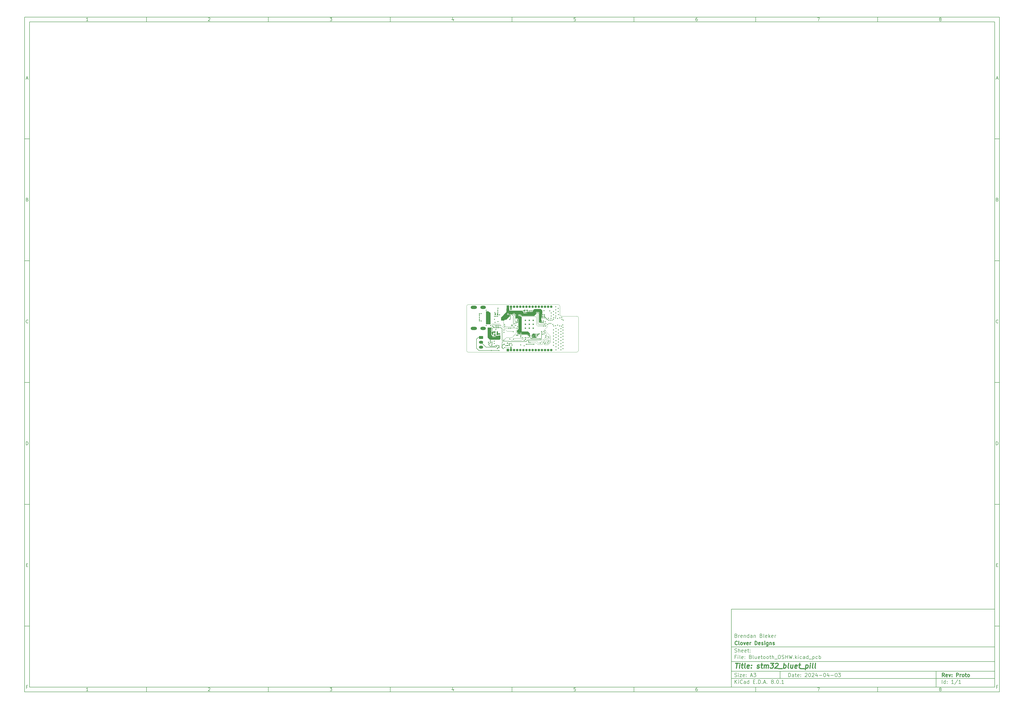
<source format=gbr>
%TF.GenerationSoftware,KiCad,Pcbnew,8.0.1*%
%TF.CreationDate,2024-04-05T17:07:48-07:00*%
%TF.ProjectId,Bluetooth_OSHW,426c7565-746f-46f7-9468-5f4f5348572e,Proto*%
%TF.SameCoordinates,Original*%
%TF.FileFunction,Copper,L4,Bot*%
%TF.FilePolarity,Positive*%
%FSLAX46Y46*%
G04 Gerber Fmt 4.6, Leading zero omitted, Abs format (unit mm)*
G04 Created by KiCad (PCBNEW 8.0.1) date 2024-04-05 17:07:48*
%MOMM*%
%LPD*%
G01*
G04 APERTURE LIST*
G04 Aperture macros list*
%AMRoundRect*
0 Rectangle with rounded corners*
0 $1 Rounding radius*
0 $2 $3 $4 $5 $6 $7 $8 $9 X,Y pos of 4 corners*
0 Add a 4 corners polygon primitive as box body*
4,1,4,$2,$3,$4,$5,$6,$7,$8,$9,$2,$3,0*
0 Add four circle primitives for the rounded corners*
1,1,$1+$1,$2,$3*
1,1,$1+$1,$4,$5*
1,1,$1+$1,$6,$7*
1,1,$1+$1,$8,$9*
0 Add four rect primitives between the rounded corners*
20,1,$1+$1,$2,$3,$4,$5,0*
20,1,$1+$1,$4,$5,$6,$7,0*
20,1,$1+$1,$6,$7,$8,$9,0*
20,1,$1+$1,$8,$9,$2,$3,0*%
G04 Aperture macros list end*
%ADD10C,0.100000*%
%ADD11C,0.150000*%
%ADD12C,0.300000*%
%ADD13C,0.400000*%
%TA.AperFunction,ComponentPad*%
%ADD14O,1.000000X1.000000*%
%TD*%
%TA.AperFunction,ComponentPad*%
%ADD15R,1.000000X1.000000*%
%TD*%
%TA.AperFunction,ComponentPad*%
%ADD16O,1.750000X1.200000*%
%TD*%
%TA.AperFunction,ComponentPad*%
%ADD17RoundRect,0.250000X-0.625000X0.350000X-0.625000X-0.350000X0.625000X-0.350000X0.625000X0.350000X0*%
%TD*%
%TA.AperFunction,ComponentPad*%
%ADD18O,2.300000X1.300000*%
%TD*%
%TA.AperFunction,ComponentPad*%
%ADD19O,2.600000X1.300000*%
%TD*%
%TA.AperFunction,ComponentPad*%
%ADD20C,0.400000*%
%TD*%
%TA.AperFunction,SMDPad,CuDef*%
%ADD21RoundRect,0.100000X0.130000X0.100000X-0.130000X0.100000X-0.130000X-0.100000X0.130000X-0.100000X0*%
%TD*%
%TA.AperFunction,SMDPad,CuDef*%
%ADD22RoundRect,0.100000X-0.130000X-0.100000X0.130000X-0.100000X0.130000X0.100000X-0.130000X0.100000X0*%
%TD*%
%TA.AperFunction,SMDPad,CuDef*%
%ADD23RoundRect,0.140000X0.140000X0.170000X-0.140000X0.170000X-0.140000X-0.170000X0.140000X-0.170000X0*%
%TD*%
%TA.AperFunction,SMDPad,CuDef*%
%ADD24RoundRect,0.100000X-0.100000X0.130000X-0.100000X-0.130000X0.100000X-0.130000X0.100000X0.130000X0*%
%TD*%
%TA.AperFunction,SMDPad,CuDef*%
%ADD25RoundRect,0.100000X0.100000X-0.130000X0.100000X0.130000X-0.100000X0.130000X-0.100000X-0.130000X0*%
%TD*%
%TA.AperFunction,SMDPad,CuDef*%
%ADD26RoundRect,0.147500X-0.147500X-0.172500X0.147500X-0.172500X0.147500X0.172500X-0.147500X0.172500X0*%
%TD*%
%TA.AperFunction,SMDPad,CuDef*%
%ADD27RoundRect,0.100000X-0.155000X-0.100000X0.155000X-0.100000X0.155000X0.100000X-0.155000X0.100000X0*%
%TD*%
%TA.AperFunction,SMDPad,CuDef*%
%ADD28RoundRect,0.135000X-0.135000X-0.185000X0.135000X-0.185000X0.135000X0.185000X-0.135000X0.185000X0*%
%TD*%
%TA.AperFunction,ViaPad*%
%ADD29C,0.375000*%
%TD*%
%TA.AperFunction,ViaPad*%
%ADD30C,0.600000*%
%TD*%
%TA.AperFunction,ViaPad*%
%ADD31C,0.400000*%
%TD*%
%TA.AperFunction,Conductor*%
%ADD32C,0.102000*%
%TD*%
%TA.AperFunction,Conductor*%
%ADD33C,0.150000*%
%TD*%
%TA.AperFunction,Conductor*%
%ADD34C,0.200000*%
%TD*%
%TA.AperFunction,Conductor*%
%ADD35C,0.300000*%
%TD*%
%TA.AperFunction,Conductor*%
%ADD36C,0.500000*%
%TD*%
%TA.AperFunction,Profile*%
%ADD37C,0.100000*%
%TD*%
G04 APERTURE END LIST*
D10*
D11*
X299989000Y-253002200D02*
X407989000Y-253002200D01*
X407989000Y-285002200D01*
X299989000Y-285002200D01*
X299989000Y-253002200D01*
D10*
D11*
X10000000Y-10000000D02*
X409989000Y-10000000D01*
X409989000Y-287002200D01*
X10000000Y-287002200D01*
X10000000Y-10000000D01*
D10*
D11*
X12000000Y-12000000D02*
X407989000Y-12000000D01*
X407989000Y-285002200D01*
X12000000Y-285002200D01*
X12000000Y-12000000D01*
D10*
D11*
X60000000Y-12000000D02*
X60000000Y-10000000D01*
D10*
D11*
X110000000Y-12000000D02*
X110000000Y-10000000D01*
D10*
D11*
X160000000Y-12000000D02*
X160000000Y-10000000D01*
D10*
D11*
X210000000Y-12000000D02*
X210000000Y-10000000D01*
D10*
D11*
X260000000Y-12000000D02*
X260000000Y-10000000D01*
D10*
D11*
X310000000Y-12000000D02*
X310000000Y-10000000D01*
D10*
D11*
X360000000Y-12000000D02*
X360000000Y-10000000D01*
D10*
D11*
X36089160Y-11593604D02*
X35346303Y-11593604D01*
X35717731Y-11593604D02*
X35717731Y-10293604D01*
X35717731Y-10293604D02*
X35593922Y-10479319D01*
X35593922Y-10479319D02*
X35470112Y-10603128D01*
X35470112Y-10603128D02*
X35346303Y-10665033D01*
D10*
D11*
X85346303Y-10417414D02*
X85408207Y-10355509D01*
X85408207Y-10355509D02*
X85532017Y-10293604D01*
X85532017Y-10293604D02*
X85841541Y-10293604D01*
X85841541Y-10293604D02*
X85965350Y-10355509D01*
X85965350Y-10355509D02*
X86027255Y-10417414D01*
X86027255Y-10417414D02*
X86089160Y-10541223D01*
X86089160Y-10541223D02*
X86089160Y-10665033D01*
X86089160Y-10665033D02*
X86027255Y-10850747D01*
X86027255Y-10850747D02*
X85284398Y-11593604D01*
X85284398Y-11593604D02*
X86089160Y-11593604D01*
D10*
D11*
X135284398Y-10293604D02*
X136089160Y-10293604D01*
X136089160Y-10293604D02*
X135655826Y-10788842D01*
X135655826Y-10788842D02*
X135841541Y-10788842D01*
X135841541Y-10788842D02*
X135965350Y-10850747D01*
X135965350Y-10850747D02*
X136027255Y-10912652D01*
X136027255Y-10912652D02*
X136089160Y-11036461D01*
X136089160Y-11036461D02*
X136089160Y-11345985D01*
X136089160Y-11345985D02*
X136027255Y-11469795D01*
X136027255Y-11469795D02*
X135965350Y-11531700D01*
X135965350Y-11531700D02*
X135841541Y-11593604D01*
X135841541Y-11593604D02*
X135470112Y-11593604D01*
X135470112Y-11593604D02*
X135346303Y-11531700D01*
X135346303Y-11531700D02*
X135284398Y-11469795D01*
D10*
D11*
X185965350Y-10726938D02*
X185965350Y-11593604D01*
X185655826Y-10231700D02*
X185346303Y-11160271D01*
X185346303Y-11160271D02*
X186151064Y-11160271D01*
D10*
D11*
X236027255Y-10293604D02*
X235408207Y-10293604D01*
X235408207Y-10293604D02*
X235346303Y-10912652D01*
X235346303Y-10912652D02*
X235408207Y-10850747D01*
X235408207Y-10850747D02*
X235532017Y-10788842D01*
X235532017Y-10788842D02*
X235841541Y-10788842D01*
X235841541Y-10788842D02*
X235965350Y-10850747D01*
X235965350Y-10850747D02*
X236027255Y-10912652D01*
X236027255Y-10912652D02*
X236089160Y-11036461D01*
X236089160Y-11036461D02*
X236089160Y-11345985D01*
X236089160Y-11345985D02*
X236027255Y-11469795D01*
X236027255Y-11469795D02*
X235965350Y-11531700D01*
X235965350Y-11531700D02*
X235841541Y-11593604D01*
X235841541Y-11593604D02*
X235532017Y-11593604D01*
X235532017Y-11593604D02*
X235408207Y-11531700D01*
X235408207Y-11531700D02*
X235346303Y-11469795D01*
D10*
D11*
X285965350Y-10293604D02*
X285717731Y-10293604D01*
X285717731Y-10293604D02*
X285593922Y-10355509D01*
X285593922Y-10355509D02*
X285532017Y-10417414D01*
X285532017Y-10417414D02*
X285408207Y-10603128D01*
X285408207Y-10603128D02*
X285346303Y-10850747D01*
X285346303Y-10850747D02*
X285346303Y-11345985D01*
X285346303Y-11345985D02*
X285408207Y-11469795D01*
X285408207Y-11469795D02*
X285470112Y-11531700D01*
X285470112Y-11531700D02*
X285593922Y-11593604D01*
X285593922Y-11593604D02*
X285841541Y-11593604D01*
X285841541Y-11593604D02*
X285965350Y-11531700D01*
X285965350Y-11531700D02*
X286027255Y-11469795D01*
X286027255Y-11469795D02*
X286089160Y-11345985D01*
X286089160Y-11345985D02*
X286089160Y-11036461D01*
X286089160Y-11036461D02*
X286027255Y-10912652D01*
X286027255Y-10912652D02*
X285965350Y-10850747D01*
X285965350Y-10850747D02*
X285841541Y-10788842D01*
X285841541Y-10788842D02*
X285593922Y-10788842D01*
X285593922Y-10788842D02*
X285470112Y-10850747D01*
X285470112Y-10850747D02*
X285408207Y-10912652D01*
X285408207Y-10912652D02*
X285346303Y-11036461D01*
D10*
D11*
X335284398Y-10293604D02*
X336151064Y-10293604D01*
X336151064Y-10293604D02*
X335593922Y-11593604D01*
D10*
D11*
X385593922Y-10850747D02*
X385470112Y-10788842D01*
X385470112Y-10788842D02*
X385408207Y-10726938D01*
X385408207Y-10726938D02*
X385346303Y-10603128D01*
X385346303Y-10603128D02*
X385346303Y-10541223D01*
X385346303Y-10541223D02*
X385408207Y-10417414D01*
X385408207Y-10417414D02*
X385470112Y-10355509D01*
X385470112Y-10355509D02*
X385593922Y-10293604D01*
X385593922Y-10293604D02*
X385841541Y-10293604D01*
X385841541Y-10293604D02*
X385965350Y-10355509D01*
X385965350Y-10355509D02*
X386027255Y-10417414D01*
X386027255Y-10417414D02*
X386089160Y-10541223D01*
X386089160Y-10541223D02*
X386089160Y-10603128D01*
X386089160Y-10603128D02*
X386027255Y-10726938D01*
X386027255Y-10726938D02*
X385965350Y-10788842D01*
X385965350Y-10788842D02*
X385841541Y-10850747D01*
X385841541Y-10850747D02*
X385593922Y-10850747D01*
X385593922Y-10850747D02*
X385470112Y-10912652D01*
X385470112Y-10912652D02*
X385408207Y-10974557D01*
X385408207Y-10974557D02*
X385346303Y-11098366D01*
X385346303Y-11098366D02*
X385346303Y-11345985D01*
X385346303Y-11345985D02*
X385408207Y-11469795D01*
X385408207Y-11469795D02*
X385470112Y-11531700D01*
X385470112Y-11531700D02*
X385593922Y-11593604D01*
X385593922Y-11593604D02*
X385841541Y-11593604D01*
X385841541Y-11593604D02*
X385965350Y-11531700D01*
X385965350Y-11531700D02*
X386027255Y-11469795D01*
X386027255Y-11469795D02*
X386089160Y-11345985D01*
X386089160Y-11345985D02*
X386089160Y-11098366D01*
X386089160Y-11098366D02*
X386027255Y-10974557D01*
X386027255Y-10974557D02*
X385965350Y-10912652D01*
X385965350Y-10912652D02*
X385841541Y-10850747D01*
D10*
D11*
X60000000Y-285002200D02*
X60000000Y-287002200D01*
D10*
D11*
X110000000Y-285002200D02*
X110000000Y-287002200D01*
D10*
D11*
X160000000Y-285002200D02*
X160000000Y-287002200D01*
D10*
D11*
X210000000Y-285002200D02*
X210000000Y-287002200D01*
D10*
D11*
X260000000Y-285002200D02*
X260000000Y-287002200D01*
D10*
D11*
X310000000Y-285002200D02*
X310000000Y-287002200D01*
D10*
D11*
X360000000Y-285002200D02*
X360000000Y-287002200D01*
D10*
D11*
X36089160Y-286595804D02*
X35346303Y-286595804D01*
X35717731Y-286595804D02*
X35717731Y-285295804D01*
X35717731Y-285295804D02*
X35593922Y-285481519D01*
X35593922Y-285481519D02*
X35470112Y-285605328D01*
X35470112Y-285605328D02*
X35346303Y-285667233D01*
D10*
D11*
X85346303Y-285419614D02*
X85408207Y-285357709D01*
X85408207Y-285357709D02*
X85532017Y-285295804D01*
X85532017Y-285295804D02*
X85841541Y-285295804D01*
X85841541Y-285295804D02*
X85965350Y-285357709D01*
X85965350Y-285357709D02*
X86027255Y-285419614D01*
X86027255Y-285419614D02*
X86089160Y-285543423D01*
X86089160Y-285543423D02*
X86089160Y-285667233D01*
X86089160Y-285667233D02*
X86027255Y-285852947D01*
X86027255Y-285852947D02*
X85284398Y-286595804D01*
X85284398Y-286595804D02*
X86089160Y-286595804D01*
D10*
D11*
X135284398Y-285295804D02*
X136089160Y-285295804D01*
X136089160Y-285295804D02*
X135655826Y-285791042D01*
X135655826Y-285791042D02*
X135841541Y-285791042D01*
X135841541Y-285791042D02*
X135965350Y-285852947D01*
X135965350Y-285852947D02*
X136027255Y-285914852D01*
X136027255Y-285914852D02*
X136089160Y-286038661D01*
X136089160Y-286038661D02*
X136089160Y-286348185D01*
X136089160Y-286348185D02*
X136027255Y-286471995D01*
X136027255Y-286471995D02*
X135965350Y-286533900D01*
X135965350Y-286533900D02*
X135841541Y-286595804D01*
X135841541Y-286595804D02*
X135470112Y-286595804D01*
X135470112Y-286595804D02*
X135346303Y-286533900D01*
X135346303Y-286533900D02*
X135284398Y-286471995D01*
D10*
D11*
X185965350Y-285729138D02*
X185965350Y-286595804D01*
X185655826Y-285233900D02*
X185346303Y-286162471D01*
X185346303Y-286162471D02*
X186151064Y-286162471D01*
D10*
D11*
X236027255Y-285295804D02*
X235408207Y-285295804D01*
X235408207Y-285295804D02*
X235346303Y-285914852D01*
X235346303Y-285914852D02*
X235408207Y-285852947D01*
X235408207Y-285852947D02*
X235532017Y-285791042D01*
X235532017Y-285791042D02*
X235841541Y-285791042D01*
X235841541Y-285791042D02*
X235965350Y-285852947D01*
X235965350Y-285852947D02*
X236027255Y-285914852D01*
X236027255Y-285914852D02*
X236089160Y-286038661D01*
X236089160Y-286038661D02*
X236089160Y-286348185D01*
X236089160Y-286348185D02*
X236027255Y-286471995D01*
X236027255Y-286471995D02*
X235965350Y-286533900D01*
X235965350Y-286533900D02*
X235841541Y-286595804D01*
X235841541Y-286595804D02*
X235532017Y-286595804D01*
X235532017Y-286595804D02*
X235408207Y-286533900D01*
X235408207Y-286533900D02*
X235346303Y-286471995D01*
D10*
D11*
X285965350Y-285295804D02*
X285717731Y-285295804D01*
X285717731Y-285295804D02*
X285593922Y-285357709D01*
X285593922Y-285357709D02*
X285532017Y-285419614D01*
X285532017Y-285419614D02*
X285408207Y-285605328D01*
X285408207Y-285605328D02*
X285346303Y-285852947D01*
X285346303Y-285852947D02*
X285346303Y-286348185D01*
X285346303Y-286348185D02*
X285408207Y-286471995D01*
X285408207Y-286471995D02*
X285470112Y-286533900D01*
X285470112Y-286533900D02*
X285593922Y-286595804D01*
X285593922Y-286595804D02*
X285841541Y-286595804D01*
X285841541Y-286595804D02*
X285965350Y-286533900D01*
X285965350Y-286533900D02*
X286027255Y-286471995D01*
X286027255Y-286471995D02*
X286089160Y-286348185D01*
X286089160Y-286348185D02*
X286089160Y-286038661D01*
X286089160Y-286038661D02*
X286027255Y-285914852D01*
X286027255Y-285914852D02*
X285965350Y-285852947D01*
X285965350Y-285852947D02*
X285841541Y-285791042D01*
X285841541Y-285791042D02*
X285593922Y-285791042D01*
X285593922Y-285791042D02*
X285470112Y-285852947D01*
X285470112Y-285852947D02*
X285408207Y-285914852D01*
X285408207Y-285914852D02*
X285346303Y-286038661D01*
D10*
D11*
X335284398Y-285295804D02*
X336151064Y-285295804D01*
X336151064Y-285295804D02*
X335593922Y-286595804D01*
D10*
D11*
X385593922Y-285852947D02*
X385470112Y-285791042D01*
X385470112Y-285791042D02*
X385408207Y-285729138D01*
X385408207Y-285729138D02*
X385346303Y-285605328D01*
X385346303Y-285605328D02*
X385346303Y-285543423D01*
X385346303Y-285543423D02*
X385408207Y-285419614D01*
X385408207Y-285419614D02*
X385470112Y-285357709D01*
X385470112Y-285357709D02*
X385593922Y-285295804D01*
X385593922Y-285295804D02*
X385841541Y-285295804D01*
X385841541Y-285295804D02*
X385965350Y-285357709D01*
X385965350Y-285357709D02*
X386027255Y-285419614D01*
X386027255Y-285419614D02*
X386089160Y-285543423D01*
X386089160Y-285543423D02*
X386089160Y-285605328D01*
X386089160Y-285605328D02*
X386027255Y-285729138D01*
X386027255Y-285729138D02*
X385965350Y-285791042D01*
X385965350Y-285791042D02*
X385841541Y-285852947D01*
X385841541Y-285852947D02*
X385593922Y-285852947D01*
X385593922Y-285852947D02*
X385470112Y-285914852D01*
X385470112Y-285914852D02*
X385408207Y-285976757D01*
X385408207Y-285976757D02*
X385346303Y-286100566D01*
X385346303Y-286100566D02*
X385346303Y-286348185D01*
X385346303Y-286348185D02*
X385408207Y-286471995D01*
X385408207Y-286471995D02*
X385470112Y-286533900D01*
X385470112Y-286533900D02*
X385593922Y-286595804D01*
X385593922Y-286595804D02*
X385841541Y-286595804D01*
X385841541Y-286595804D02*
X385965350Y-286533900D01*
X385965350Y-286533900D02*
X386027255Y-286471995D01*
X386027255Y-286471995D02*
X386089160Y-286348185D01*
X386089160Y-286348185D02*
X386089160Y-286100566D01*
X386089160Y-286100566D02*
X386027255Y-285976757D01*
X386027255Y-285976757D02*
X385965350Y-285914852D01*
X385965350Y-285914852D02*
X385841541Y-285852947D01*
D10*
D11*
X10000000Y-60000000D02*
X12000000Y-60000000D01*
D10*
D11*
X10000000Y-110000000D02*
X12000000Y-110000000D01*
D10*
D11*
X10000000Y-160000000D02*
X12000000Y-160000000D01*
D10*
D11*
X10000000Y-210000000D02*
X12000000Y-210000000D01*
D10*
D11*
X10000000Y-260000000D02*
X12000000Y-260000000D01*
D10*
D11*
X10690476Y-35222176D02*
X11309523Y-35222176D01*
X10566666Y-35593604D02*
X10999999Y-34293604D01*
X10999999Y-34293604D02*
X11433333Y-35593604D01*
D10*
D11*
X11092857Y-84912652D02*
X11278571Y-84974557D01*
X11278571Y-84974557D02*
X11340476Y-85036461D01*
X11340476Y-85036461D02*
X11402380Y-85160271D01*
X11402380Y-85160271D02*
X11402380Y-85345985D01*
X11402380Y-85345985D02*
X11340476Y-85469795D01*
X11340476Y-85469795D02*
X11278571Y-85531700D01*
X11278571Y-85531700D02*
X11154761Y-85593604D01*
X11154761Y-85593604D02*
X10659523Y-85593604D01*
X10659523Y-85593604D02*
X10659523Y-84293604D01*
X10659523Y-84293604D02*
X11092857Y-84293604D01*
X11092857Y-84293604D02*
X11216666Y-84355509D01*
X11216666Y-84355509D02*
X11278571Y-84417414D01*
X11278571Y-84417414D02*
X11340476Y-84541223D01*
X11340476Y-84541223D02*
X11340476Y-84665033D01*
X11340476Y-84665033D02*
X11278571Y-84788842D01*
X11278571Y-84788842D02*
X11216666Y-84850747D01*
X11216666Y-84850747D02*
X11092857Y-84912652D01*
X11092857Y-84912652D02*
X10659523Y-84912652D01*
D10*
D11*
X11402380Y-135469795D02*
X11340476Y-135531700D01*
X11340476Y-135531700D02*
X11154761Y-135593604D01*
X11154761Y-135593604D02*
X11030952Y-135593604D01*
X11030952Y-135593604D02*
X10845238Y-135531700D01*
X10845238Y-135531700D02*
X10721428Y-135407890D01*
X10721428Y-135407890D02*
X10659523Y-135284080D01*
X10659523Y-135284080D02*
X10597619Y-135036461D01*
X10597619Y-135036461D02*
X10597619Y-134850747D01*
X10597619Y-134850747D02*
X10659523Y-134603128D01*
X10659523Y-134603128D02*
X10721428Y-134479319D01*
X10721428Y-134479319D02*
X10845238Y-134355509D01*
X10845238Y-134355509D02*
X11030952Y-134293604D01*
X11030952Y-134293604D02*
X11154761Y-134293604D01*
X11154761Y-134293604D02*
X11340476Y-134355509D01*
X11340476Y-134355509D02*
X11402380Y-134417414D01*
D10*
D11*
X10659523Y-185593604D02*
X10659523Y-184293604D01*
X10659523Y-184293604D02*
X10969047Y-184293604D01*
X10969047Y-184293604D02*
X11154761Y-184355509D01*
X11154761Y-184355509D02*
X11278571Y-184479319D01*
X11278571Y-184479319D02*
X11340476Y-184603128D01*
X11340476Y-184603128D02*
X11402380Y-184850747D01*
X11402380Y-184850747D02*
X11402380Y-185036461D01*
X11402380Y-185036461D02*
X11340476Y-185284080D01*
X11340476Y-185284080D02*
X11278571Y-185407890D01*
X11278571Y-185407890D02*
X11154761Y-185531700D01*
X11154761Y-185531700D02*
X10969047Y-185593604D01*
X10969047Y-185593604D02*
X10659523Y-185593604D01*
D10*
D11*
X10721428Y-234912652D02*
X11154762Y-234912652D01*
X11340476Y-235593604D02*
X10721428Y-235593604D01*
X10721428Y-235593604D02*
X10721428Y-234293604D01*
X10721428Y-234293604D02*
X11340476Y-234293604D01*
D10*
D11*
X11185714Y-284912652D02*
X10752380Y-284912652D01*
X10752380Y-285593604D02*
X10752380Y-284293604D01*
X10752380Y-284293604D02*
X11371428Y-284293604D01*
D10*
D11*
X409989000Y-60000000D02*
X407989000Y-60000000D01*
D10*
D11*
X409989000Y-110000000D02*
X407989000Y-110000000D01*
D10*
D11*
X409989000Y-160000000D02*
X407989000Y-160000000D01*
D10*
D11*
X409989000Y-210000000D02*
X407989000Y-210000000D01*
D10*
D11*
X409989000Y-260000000D02*
X407989000Y-260000000D01*
D10*
D11*
X408679476Y-35222176D02*
X409298523Y-35222176D01*
X408555666Y-35593604D02*
X408988999Y-34293604D01*
X408988999Y-34293604D02*
X409422333Y-35593604D01*
D10*
D11*
X409081857Y-84912652D02*
X409267571Y-84974557D01*
X409267571Y-84974557D02*
X409329476Y-85036461D01*
X409329476Y-85036461D02*
X409391380Y-85160271D01*
X409391380Y-85160271D02*
X409391380Y-85345985D01*
X409391380Y-85345985D02*
X409329476Y-85469795D01*
X409329476Y-85469795D02*
X409267571Y-85531700D01*
X409267571Y-85531700D02*
X409143761Y-85593604D01*
X409143761Y-85593604D02*
X408648523Y-85593604D01*
X408648523Y-85593604D02*
X408648523Y-84293604D01*
X408648523Y-84293604D02*
X409081857Y-84293604D01*
X409081857Y-84293604D02*
X409205666Y-84355509D01*
X409205666Y-84355509D02*
X409267571Y-84417414D01*
X409267571Y-84417414D02*
X409329476Y-84541223D01*
X409329476Y-84541223D02*
X409329476Y-84665033D01*
X409329476Y-84665033D02*
X409267571Y-84788842D01*
X409267571Y-84788842D02*
X409205666Y-84850747D01*
X409205666Y-84850747D02*
X409081857Y-84912652D01*
X409081857Y-84912652D02*
X408648523Y-84912652D01*
D10*
D11*
X409391380Y-135469795D02*
X409329476Y-135531700D01*
X409329476Y-135531700D02*
X409143761Y-135593604D01*
X409143761Y-135593604D02*
X409019952Y-135593604D01*
X409019952Y-135593604D02*
X408834238Y-135531700D01*
X408834238Y-135531700D02*
X408710428Y-135407890D01*
X408710428Y-135407890D02*
X408648523Y-135284080D01*
X408648523Y-135284080D02*
X408586619Y-135036461D01*
X408586619Y-135036461D02*
X408586619Y-134850747D01*
X408586619Y-134850747D02*
X408648523Y-134603128D01*
X408648523Y-134603128D02*
X408710428Y-134479319D01*
X408710428Y-134479319D02*
X408834238Y-134355509D01*
X408834238Y-134355509D02*
X409019952Y-134293604D01*
X409019952Y-134293604D02*
X409143761Y-134293604D01*
X409143761Y-134293604D02*
X409329476Y-134355509D01*
X409329476Y-134355509D02*
X409391380Y-134417414D01*
D10*
D11*
X408648523Y-185593604D02*
X408648523Y-184293604D01*
X408648523Y-184293604D02*
X408958047Y-184293604D01*
X408958047Y-184293604D02*
X409143761Y-184355509D01*
X409143761Y-184355509D02*
X409267571Y-184479319D01*
X409267571Y-184479319D02*
X409329476Y-184603128D01*
X409329476Y-184603128D02*
X409391380Y-184850747D01*
X409391380Y-184850747D02*
X409391380Y-185036461D01*
X409391380Y-185036461D02*
X409329476Y-185284080D01*
X409329476Y-185284080D02*
X409267571Y-185407890D01*
X409267571Y-185407890D02*
X409143761Y-185531700D01*
X409143761Y-185531700D02*
X408958047Y-185593604D01*
X408958047Y-185593604D02*
X408648523Y-185593604D01*
D10*
D11*
X408710428Y-234912652D02*
X409143762Y-234912652D01*
X409329476Y-235593604D02*
X408710428Y-235593604D01*
X408710428Y-235593604D02*
X408710428Y-234293604D01*
X408710428Y-234293604D02*
X409329476Y-234293604D01*
D10*
D11*
X409174714Y-284912652D02*
X408741380Y-284912652D01*
X408741380Y-285593604D02*
X408741380Y-284293604D01*
X408741380Y-284293604D02*
X409360428Y-284293604D01*
D10*
D11*
X323444826Y-280788328D02*
X323444826Y-279288328D01*
X323444826Y-279288328D02*
X323801969Y-279288328D01*
X323801969Y-279288328D02*
X324016255Y-279359757D01*
X324016255Y-279359757D02*
X324159112Y-279502614D01*
X324159112Y-279502614D02*
X324230541Y-279645471D01*
X324230541Y-279645471D02*
X324301969Y-279931185D01*
X324301969Y-279931185D02*
X324301969Y-280145471D01*
X324301969Y-280145471D02*
X324230541Y-280431185D01*
X324230541Y-280431185D02*
X324159112Y-280574042D01*
X324159112Y-280574042D02*
X324016255Y-280716900D01*
X324016255Y-280716900D02*
X323801969Y-280788328D01*
X323801969Y-280788328D02*
X323444826Y-280788328D01*
X325587684Y-280788328D02*
X325587684Y-280002614D01*
X325587684Y-280002614D02*
X325516255Y-279859757D01*
X325516255Y-279859757D02*
X325373398Y-279788328D01*
X325373398Y-279788328D02*
X325087684Y-279788328D01*
X325087684Y-279788328D02*
X324944826Y-279859757D01*
X325587684Y-280716900D02*
X325444826Y-280788328D01*
X325444826Y-280788328D02*
X325087684Y-280788328D01*
X325087684Y-280788328D02*
X324944826Y-280716900D01*
X324944826Y-280716900D02*
X324873398Y-280574042D01*
X324873398Y-280574042D02*
X324873398Y-280431185D01*
X324873398Y-280431185D02*
X324944826Y-280288328D01*
X324944826Y-280288328D02*
X325087684Y-280216900D01*
X325087684Y-280216900D02*
X325444826Y-280216900D01*
X325444826Y-280216900D02*
X325587684Y-280145471D01*
X326087684Y-279788328D02*
X326659112Y-279788328D01*
X326301969Y-279288328D02*
X326301969Y-280574042D01*
X326301969Y-280574042D02*
X326373398Y-280716900D01*
X326373398Y-280716900D02*
X326516255Y-280788328D01*
X326516255Y-280788328D02*
X326659112Y-280788328D01*
X327730541Y-280716900D02*
X327587684Y-280788328D01*
X327587684Y-280788328D02*
X327301970Y-280788328D01*
X327301970Y-280788328D02*
X327159112Y-280716900D01*
X327159112Y-280716900D02*
X327087684Y-280574042D01*
X327087684Y-280574042D02*
X327087684Y-280002614D01*
X327087684Y-280002614D02*
X327159112Y-279859757D01*
X327159112Y-279859757D02*
X327301970Y-279788328D01*
X327301970Y-279788328D02*
X327587684Y-279788328D01*
X327587684Y-279788328D02*
X327730541Y-279859757D01*
X327730541Y-279859757D02*
X327801970Y-280002614D01*
X327801970Y-280002614D02*
X327801970Y-280145471D01*
X327801970Y-280145471D02*
X327087684Y-280288328D01*
X328444826Y-280645471D02*
X328516255Y-280716900D01*
X328516255Y-280716900D02*
X328444826Y-280788328D01*
X328444826Y-280788328D02*
X328373398Y-280716900D01*
X328373398Y-280716900D02*
X328444826Y-280645471D01*
X328444826Y-280645471D02*
X328444826Y-280788328D01*
X328444826Y-279859757D02*
X328516255Y-279931185D01*
X328516255Y-279931185D02*
X328444826Y-280002614D01*
X328444826Y-280002614D02*
X328373398Y-279931185D01*
X328373398Y-279931185D02*
X328444826Y-279859757D01*
X328444826Y-279859757D02*
X328444826Y-280002614D01*
X330230541Y-279431185D02*
X330301969Y-279359757D01*
X330301969Y-279359757D02*
X330444827Y-279288328D01*
X330444827Y-279288328D02*
X330801969Y-279288328D01*
X330801969Y-279288328D02*
X330944827Y-279359757D01*
X330944827Y-279359757D02*
X331016255Y-279431185D01*
X331016255Y-279431185D02*
X331087684Y-279574042D01*
X331087684Y-279574042D02*
X331087684Y-279716900D01*
X331087684Y-279716900D02*
X331016255Y-279931185D01*
X331016255Y-279931185D02*
X330159112Y-280788328D01*
X330159112Y-280788328D02*
X331087684Y-280788328D01*
X332016255Y-279288328D02*
X332159112Y-279288328D01*
X332159112Y-279288328D02*
X332301969Y-279359757D01*
X332301969Y-279359757D02*
X332373398Y-279431185D01*
X332373398Y-279431185D02*
X332444826Y-279574042D01*
X332444826Y-279574042D02*
X332516255Y-279859757D01*
X332516255Y-279859757D02*
X332516255Y-280216900D01*
X332516255Y-280216900D02*
X332444826Y-280502614D01*
X332444826Y-280502614D02*
X332373398Y-280645471D01*
X332373398Y-280645471D02*
X332301969Y-280716900D01*
X332301969Y-280716900D02*
X332159112Y-280788328D01*
X332159112Y-280788328D02*
X332016255Y-280788328D01*
X332016255Y-280788328D02*
X331873398Y-280716900D01*
X331873398Y-280716900D02*
X331801969Y-280645471D01*
X331801969Y-280645471D02*
X331730540Y-280502614D01*
X331730540Y-280502614D02*
X331659112Y-280216900D01*
X331659112Y-280216900D02*
X331659112Y-279859757D01*
X331659112Y-279859757D02*
X331730540Y-279574042D01*
X331730540Y-279574042D02*
X331801969Y-279431185D01*
X331801969Y-279431185D02*
X331873398Y-279359757D01*
X331873398Y-279359757D02*
X332016255Y-279288328D01*
X333087683Y-279431185D02*
X333159111Y-279359757D01*
X333159111Y-279359757D02*
X333301969Y-279288328D01*
X333301969Y-279288328D02*
X333659111Y-279288328D01*
X333659111Y-279288328D02*
X333801969Y-279359757D01*
X333801969Y-279359757D02*
X333873397Y-279431185D01*
X333873397Y-279431185D02*
X333944826Y-279574042D01*
X333944826Y-279574042D02*
X333944826Y-279716900D01*
X333944826Y-279716900D02*
X333873397Y-279931185D01*
X333873397Y-279931185D02*
X333016254Y-280788328D01*
X333016254Y-280788328D02*
X333944826Y-280788328D01*
X335230540Y-279788328D02*
X335230540Y-280788328D01*
X334873397Y-279216900D02*
X334516254Y-280288328D01*
X334516254Y-280288328D02*
X335444825Y-280288328D01*
X336016253Y-280216900D02*
X337159111Y-280216900D01*
X338159111Y-279288328D02*
X338301968Y-279288328D01*
X338301968Y-279288328D02*
X338444825Y-279359757D01*
X338444825Y-279359757D02*
X338516254Y-279431185D01*
X338516254Y-279431185D02*
X338587682Y-279574042D01*
X338587682Y-279574042D02*
X338659111Y-279859757D01*
X338659111Y-279859757D02*
X338659111Y-280216900D01*
X338659111Y-280216900D02*
X338587682Y-280502614D01*
X338587682Y-280502614D02*
X338516254Y-280645471D01*
X338516254Y-280645471D02*
X338444825Y-280716900D01*
X338444825Y-280716900D02*
X338301968Y-280788328D01*
X338301968Y-280788328D02*
X338159111Y-280788328D01*
X338159111Y-280788328D02*
X338016254Y-280716900D01*
X338016254Y-280716900D02*
X337944825Y-280645471D01*
X337944825Y-280645471D02*
X337873396Y-280502614D01*
X337873396Y-280502614D02*
X337801968Y-280216900D01*
X337801968Y-280216900D02*
X337801968Y-279859757D01*
X337801968Y-279859757D02*
X337873396Y-279574042D01*
X337873396Y-279574042D02*
X337944825Y-279431185D01*
X337944825Y-279431185D02*
X338016254Y-279359757D01*
X338016254Y-279359757D02*
X338159111Y-279288328D01*
X339944825Y-279788328D02*
X339944825Y-280788328D01*
X339587682Y-279216900D02*
X339230539Y-280288328D01*
X339230539Y-280288328D02*
X340159110Y-280288328D01*
X340730538Y-280216900D02*
X341873396Y-280216900D01*
X342873396Y-279288328D02*
X343016253Y-279288328D01*
X343016253Y-279288328D02*
X343159110Y-279359757D01*
X343159110Y-279359757D02*
X343230539Y-279431185D01*
X343230539Y-279431185D02*
X343301967Y-279574042D01*
X343301967Y-279574042D02*
X343373396Y-279859757D01*
X343373396Y-279859757D02*
X343373396Y-280216900D01*
X343373396Y-280216900D02*
X343301967Y-280502614D01*
X343301967Y-280502614D02*
X343230539Y-280645471D01*
X343230539Y-280645471D02*
X343159110Y-280716900D01*
X343159110Y-280716900D02*
X343016253Y-280788328D01*
X343016253Y-280788328D02*
X342873396Y-280788328D01*
X342873396Y-280788328D02*
X342730539Y-280716900D01*
X342730539Y-280716900D02*
X342659110Y-280645471D01*
X342659110Y-280645471D02*
X342587681Y-280502614D01*
X342587681Y-280502614D02*
X342516253Y-280216900D01*
X342516253Y-280216900D02*
X342516253Y-279859757D01*
X342516253Y-279859757D02*
X342587681Y-279574042D01*
X342587681Y-279574042D02*
X342659110Y-279431185D01*
X342659110Y-279431185D02*
X342730539Y-279359757D01*
X342730539Y-279359757D02*
X342873396Y-279288328D01*
X343873395Y-279288328D02*
X344801967Y-279288328D01*
X344801967Y-279288328D02*
X344301967Y-279859757D01*
X344301967Y-279859757D02*
X344516252Y-279859757D01*
X344516252Y-279859757D02*
X344659110Y-279931185D01*
X344659110Y-279931185D02*
X344730538Y-280002614D01*
X344730538Y-280002614D02*
X344801967Y-280145471D01*
X344801967Y-280145471D02*
X344801967Y-280502614D01*
X344801967Y-280502614D02*
X344730538Y-280645471D01*
X344730538Y-280645471D02*
X344659110Y-280716900D01*
X344659110Y-280716900D02*
X344516252Y-280788328D01*
X344516252Y-280788328D02*
X344087681Y-280788328D01*
X344087681Y-280788328D02*
X343944824Y-280716900D01*
X343944824Y-280716900D02*
X343873395Y-280645471D01*
D10*
D11*
X299989000Y-281502200D02*
X407989000Y-281502200D01*
D10*
D11*
X301444826Y-283588328D02*
X301444826Y-282088328D01*
X302301969Y-283588328D02*
X301659112Y-282731185D01*
X302301969Y-282088328D02*
X301444826Y-282945471D01*
X302944826Y-283588328D02*
X302944826Y-282588328D01*
X302944826Y-282088328D02*
X302873398Y-282159757D01*
X302873398Y-282159757D02*
X302944826Y-282231185D01*
X302944826Y-282231185D02*
X303016255Y-282159757D01*
X303016255Y-282159757D02*
X302944826Y-282088328D01*
X302944826Y-282088328D02*
X302944826Y-282231185D01*
X304516255Y-283445471D02*
X304444827Y-283516900D01*
X304444827Y-283516900D02*
X304230541Y-283588328D01*
X304230541Y-283588328D02*
X304087684Y-283588328D01*
X304087684Y-283588328D02*
X303873398Y-283516900D01*
X303873398Y-283516900D02*
X303730541Y-283374042D01*
X303730541Y-283374042D02*
X303659112Y-283231185D01*
X303659112Y-283231185D02*
X303587684Y-282945471D01*
X303587684Y-282945471D02*
X303587684Y-282731185D01*
X303587684Y-282731185D02*
X303659112Y-282445471D01*
X303659112Y-282445471D02*
X303730541Y-282302614D01*
X303730541Y-282302614D02*
X303873398Y-282159757D01*
X303873398Y-282159757D02*
X304087684Y-282088328D01*
X304087684Y-282088328D02*
X304230541Y-282088328D01*
X304230541Y-282088328D02*
X304444827Y-282159757D01*
X304444827Y-282159757D02*
X304516255Y-282231185D01*
X305801970Y-283588328D02*
X305801970Y-282802614D01*
X305801970Y-282802614D02*
X305730541Y-282659757D01*
X305730541Y-282659757D02*
X305587684Y-282588328D01*
X305587684Y-282588328D02*
X305301970Y-282588328D01*
X305301970Y-282588328D02*
X305159112Y-282659757D01*
X305801970Y-283516900D02*
X305659112Y-283588328D01*
X305659112Y-283588328D02*
X305301970Y-283588328D01*
X305301970Y-283588328D02*
X305159112Y-283516900D01*
X305159112Y-283516900D02*
X305087684Y-283374042D01*
X305087684Y-283374042D02*
X305087684Y-283231185D01*
X305087684Y-283231185D02*
X305159112Y-283088328D01*
X305159112Y-283088328D02*
X305301970Y-283016900D01*
X305301970Y-283016900D02*
X305659112Y-283016900D01*
X305659112Y-283016900D02*
X305801970Y-282945471D01*
X307159113Y-283588328D02*
X307159113Y-282088328D01*
X307159113Y-283516900D02*
X307016255Y-283588328D01*
X307016255Y-283588328D02*
X306730541Y-283588328D01*
X306730541Y-283588328D02*
X306587684Y-283516900D01*
X306587684Y-283516900D02*
X306516255Y-283445471D01*
X306516255Y-283445471D02*
X306444827Y-283302614D01*
X306444827Y-283302614D02*
X306444827Y-282874042D01*
X306444827Y-282874042D02*
X306516255Y-282731185D01*
X306516255Y-282731185D02*
X306587684Y-282659757D01*
X306587684Y-282659757D02*
X306730541Y-282588328D01*
X306730541Y-282588328D02*
X307016255Y-282588328D01*
X307016255Y-282588328D02*
X307159113Y-282659757D01*
X309016255Y-282802614D02*
X309516255Y-282802614D01*
X309730541Y-283588328D02*
X309016255Y-283588328D01*
X309016255Y-283588328D02*
X309016255Y-282088328D01*
X309016255Y-282088328D02*
X309730541Y-282088328D01*
X310373398Y-283445471D02*
X310444827Y-283516900D01*
X310444827Y-283516900D02*
X310373398Y-283588328D01*
X310373398Y-283588328D02*
X310301970Y-283516900D01*
X310301970Y-283516900D02*
X310373398Y-283445471D01*
X310373398Y-283445471D02*
X310373398Y-283588328D01*
X311087684Y-283588328D02*
X311087684Y-282088328D01*
X311087684Y-282088328D02*
X311444827Y-282088328D01*
X311444827Y-282088328D02*
X311659113Y-282159757D01*
X311659113Y-282159757D02*
X311801970Y-282302614D01*
X311801970Y-282302614D02*
X311873399Y-282445471D01*
X311873399Y-282445471D02*
X311944827Y-282731185D01*
X311944827Y-282731185D02*
X311944827Y-282945471D01*
X311944827Y-282945471D02*
X311873399Y-283231185D01*
X311873399Y-283231185D02*
X311801970Y-283374042D01*
X311801970Y-283374042D02*
X311659113Y-283516900D01*
X311659113Y-283516900D02*
X311444827Y-283588328D01*
X311444827Y-283588328D02*
X311087684Y-283588328D01*
X312587684Y-283445471D02*
X312659113Y-283516900D01*
X312659113Y-283516900D02*
X312587684Y-283588328D01*
X312587684Y-283588328D02*
X312516256Y-283516900D01*
X312516256Y-283516900D02*
X312587684Y-283445471D01*
X312587684Y-283445471D02*
X312587684Y-283588328D01*
X313230542Y-283159757D02*
X313944828Y-283159757D01*
X313087685Y-283588328D02*
X313587685Y-282088328D01*
X313587685Y-282088328D02*
X314087685Y-283588328D01*
X314587684Y-283445471D02*
X314659113Y-283516900D01*
X314659113Y-283516900D02*
X314587684Y-283588328D01*
X314587684Y-283588328D02*
X314516256Y-283516900D01*
X314516256Y-283516900D02*
X314587684Y-283445471D01*
X314587684Y-283445471D02*
X314587684Y-283588328D01*
X316659113Y-282731185D02*
X316516256Y-282659757D01*
X316516256Y-282659757D02*
X316444827Y-282588328D01*
X316444827Y-282588328D02*
X316373399Y-282445471D01*
X316373399Y-282445471D02*
X316373399Y-282374042D01*
X316373399Y-282374042D02*
X316444827Y-282231185D01*
X316444827Y-282231185D02*
X316516256Y-282159757D01*
X316516256Y-282159757D02*
X316659113Y-282088328D01*
X316659113Y-282088328D02*
X316944827Y-282088328D01*
X316944827Y-282088328D02*
X317087685Y-282159757D01*
X317087685Y-282159757D02*
X317159113Y-282231185D01*
X317159113Y-282231185D02*
X317230542Y-282374042D01*
X317230542Y-282374042D02*
X317230542Y-282445471D01*
X317230542Y-282445471D02*
X317159113Y-282588328D01*
X317159113Y-282588328D02*
X317087685Y-282659757D01*
X317087685Y-282659757D02*
X316944827Y-282731185D01*
X316944827Y-282731185D02*
X316659113Y-282731185D01*
X316659113Y-282731185D02*
X316516256Y-282802614D01*
X316516256Y-282802614D02*
X316444827Y-282874042D01*
X316444827Y-282874042D02*
X316373399Y-283016900D01*
X316373399Y-283016900D02*
X316373399Y-283302614D01*
X316373399Y-283302614D02*
X316444827Y-283445471D01*
X316444827Y-283445471D02*
X316516256Y-283516900D01*
X316516256Y-283516900D02*
X316659113Y-283588328D01*
X316659113Y-283588328D02*
X316944827Y-283588328D01*
X316944827Y-283588328D02*
X317087685Y-283516900D01*
X317087685Y-283516900D02*
X317159113Y-283445471D01*
X317159113Y-283445471D02*
X317230542Y-283302614D01*
X317230542Y-283302614D02*
X317230542Y-283016900D01*
X317230542Y-283016900D02*
X317159113Y-282874042D01*
X317159113Y-282874042D02*
X317087685Y-282802614D01*
X317087685Y-282802614D02*
X316944827Y-282731185D01*
X317873398Y-283445471D02*
X317944827Y-283516900D01*
X317944827Y-283516900D02*
X317873398Y-283588328D01*
X317873398Y-283588328D02*
X317801970Y-283516900D01*
X317801970Y-283516900D02*
X317873398Y-283445471D01*
X317873398Y-283445471D02*
X317873398Y-283588328D01*
X318873399Y-282088328D02*
X319016256Y-282088328D01*
X319016256Y-282088328D02*
X319159113Y-282159757D01*
X319159113Y-282159757D02*
X319230542Y-282231185D01*
X319230542Y-282231185D02*
X319301970Y-282374042D01*
X319301970Y-282374042D02*
X319373399Y-282659757D01*
X319373399Y-282659757D02*
X319373399Y-283016900D01*
X319373399Y-283016900D02*
X319301970Y-283302614D01*
X319301970Y-283302614D02*
X319230542Y-283445471D01*
X319230542Y-283445471D02*
X319159113Y-283516900D01*
X319159113Y-283516900D02*
X319016256Y-283588328D01*
X319016256Y-283588328D02*
X318873399Y-283588328D01*
X318873399Y-283588328D02*
X318730542Y-283516900D01*
X318730542Y-283516900D02*
X318659113Y-283445471D01*
X318659113Y-283445471D02*
X318587684Y-283302614D01*
X318587684Y-283302614D02*
X318516256Y-283016900D01*
X318516256Y-283016900D02*
X318516256Y-282659757D01*
X318516256Y-282659757D02*
X318587684Y-282374042D01*
X318587684Y-282374042D02*
X318659113Y-282231185D01*
X318659113Y-282231185D02*
X318730542Y-282159757D01*
X318730542Y-282159757D02*
X318873399Y-282088328D01*
X320016255Y-283445471D02*
X320087684Y-283516900D01*
X320087684Y-283516900D02*
X320016255Y-283588328D01*
X320016255Y-283588328D02*
X319944827Y-283516900D01*
X319944827Y-283516900D02*
X320016255Y-283445471D01*
X320016255Y-283445471D02*
X320016255Y-283588328D01*
X321516256Y-283588328D02*
X320659113Y-283588328D01*
X321087684Y-283588328D02*
X321087684Y-282088328D01*
X321087684Y-282088328D02*
X320944827Y-282302614D01*
X320944827Y-282302614D02*
X320801970Y-282445471D01*
X320801970Y-282445471D02*
X320659113Y-282516900D01*
D10*
D11*
X299989000Y-278502200D02*
X407989000Y-278502200D01*
D10*
D12*
X387400653Y-280780528D02*
X386900653Y-280066242D01*
X386543510Y-280780528D02*
X386543510Y-279280528D01*
X386543510Y-279280528D02*
X387114939Y-279280528D01*
X387114939Y-279280528D02*
X387257796Y-279351957D01*
X387257796Y-279351957D02*
X387329225Y-279423385D01*
X387329225Y-279423385D02*
X387400653Y-279566242D01*
X387400653Y-279566242D02*
X387400653Y-279780528D01*
X387400653Y-279780528D02*
X387329225Y-279923385D01*
X387329225Y-279923385D02*
X387257796Y-279994814D01*
X387257796Y-279994814D02*
X387114939Y-280066242D01*
X387114939Y-280066242D02*
X386543510Y-280066242D01*
X388614939Y-280709100D02*
X388472082Y-280780528D01*
X388472082Y-280780528D02*
X388186368Y-280780528D01*
X388186368Y-280780528D02*
X388043510Y-280709100D01*
X388043510Y-280709100D02*
X387972082Y-280566242D01*
X387972082Y-280566242D02*
X387972082Y-279994814D01*
X387972082Y-279994814D02*
X388043510Y-279851957D01*
X388043510Y-279851957D02*
X388186368Y-279780528D01*
X388186368Y-279780528D02*
X388472082Y-279780528D01*
X388472082Y-279780528D02*
X388614939Y-279851957D01*
X388614939Y-279851957D02*
X388686368Y-279994814D01*
X388686368Y-279994814D02*
X388686368Y-280137671D01*
X388686368Y-280137671D02*
X387972082Y-280280528D01*
X389186367Y-279780528D02*
X389543510Y-280780528D01*
X389543510Y-280780528D02*
X389900653Y-279780528D01*
X390472081Y-280637671D02*
X390543510Y-280709100D01*
X390543510Y-280709100D02*
X390472081Y-280780528D01*
X390472081Y-280780528D02*
X390400653Y-280709100D01*
X390400653Y-280709100D02*
X390472081Y-280637671D01*
X390472081Y-280637671D02*
X390472081Y-280780528D01*
X390472081Y-279851957D02*
X390543510Y-279923385D01*
X390543510Y-279923385D02*
X390472081Y-279994814D01*
X390472081Y-279994814D02*
X390400653Y-279923385D01*
X390400653Y-279923385D02*
X390472081Y-279851957D01*
X390472081Y-279851957D02*
X390472081Y-279994814D01*
X392329224Y-280780528D02*
X392329224Y-279280528D01*
X392329224Y-279280528D02*
X392900653Y-279280528D01*
X392900653Y-279280528D02*
X393043510Y-279351957D01*
X393043510Y-279351957D02*
X393114939Y-279423385D01*
X393114939Y-279423385D02*
X393186367Y-279566242D01*
X393186367Y-279566242D02*
X393186367Y-279780528D01*
X393186367Y-279780528D02*
X393114939Y-279923385D01*
X393114939Y-279923385D02*
X393043510Y-279994814D01*
X393043510Y-279994814D02*
X392900653Y-280066242D01*
X392900653Y-280066242D02*
X392329224Y-280066242D01*
X393829224Y-280780528D02*
X393829224Y-279780528D01*
X393829224Y-280066242D02*
X393900653Y-279923385D01*
X393900653Y-279923385D02*
X393972082Y-279851957D01*
X393972082Y-279851957D02*
X394114939Y-279780528D01*
X394114939Y-279780528D02*
X394257796Y-279780528D01*
X394972081Y-280780528D02*
X394829224Y-280709100D01*
X394829224Y-280709100D02*
X394757795Y-280637671D01*
X394757795Y-280637671D02*
X394686367Y-280494814D01*
X394686367Y-280494814D02*
X394686367Y-280066242D01*
X394686367Y-280066242D02*
X394757795Y-279923385D01*
X394757795Y-279923385D02*
X394829224Y-279851957D01*
X394829224Y-279851957D02*
X394972081Y-279780528D01*
X394972081Y-279780528D02*
X395186367Y-279780528D01*
X395186367Y-279780528D02*
X395329224Y-279851957D01*
X395329224Y-279851957D02*
X395400653Y-279923385D01*
X395400653Y-279923385D02*
X395472081Y-280066242D01*
X395472081Y-280066242D02*
X395472081Y-280494814D01*
X395472081Y-280494814D02*
X395400653Y-280637671D01*
X395400653Y-280637671D02*
X395329224Y-280709100D01*
X395329224Y-280709100D02*
X395186367Y-280780528D01*
X395186367Y-280780528D02*
X394972081Y-280780528D01*
X395900653Y-279780528D02*
X396472081Y-279780528D01*
X396114938Y-279280528D02*
X396114938Y-280566242D01*
X396114938Y-280566242D02*
X396186367Y-280709100D01*
X396186367Y-280709100D02*
X396329224Y-280780528D01*
X396329224Y-280780528D02*
X396472081Y-280780528D01*
X397186367Y-280780528D02*
X397043510Y-280709100D01*
X397043510Y-280709100D02*
X396972081Y-280637671D01*
X396972081Y-280637671D02*
X396900653Y-280494814D01*
X396900653Y-280494814D02*
X396900653Y-280066242D01*
X396900653Y-280066242D02*
X396972081Y-279923385D01*
X396972081Y-279923385D02*
X397043510Y-279851957D01*
X397043510Y-279851957D02*
X397186367Y-279780528D01*
X397186367Y-279780528D02*
X397400653Y-279780528D01*
X397400653Y-279780528D02*
X397543510Y-279851957D01*
X397543510Y-279851957D02*
X397614939Y-279923385D01*
X397614939Y-279923385D02*
X397686367Y-280066242D01*
X397686367Y-280066242D02*
X397686367Y-280494814D01*
X397686367Y-280494814D02*
X397614939Y-280637671D01*
X397614939Y-280637671D02*
X397543510Y-280709100D01*
X397543510Y-280709100D02*
X397400653Y-280780528D01*
X397400653Y-280780528D02*
X397186367Y-280780528D01*
D10*
D11*
X301373398Y-280716900D02*
X301587684Y-280788328D01*
X301587684Y-280788328D02*
X301944826Y-280788328D01*
X301944826Y-280788328D02*
X302087684Y-280716900D01*
X302087684Y-280716900D02*
X302159112Y-280645471D01*
X302159112Y-280645471D02*
X302230541Y-280502614D01*
X302230541Y-280502614D02*
X302230541Y-280359757D01*
X302230541Y-280359757D02*
X302159112Y-280216900D01*
X302159112Y-280216900D02*
X302087684Y-280145471D01*
X302087684Y-280145471D02*
X301944826Y-280074042D01*
X301944826Y-280074042D02*
X301659112Y-280002614D01*
X301659112Y-280002614D02*
X301516255Y-279931185D01*
X301516255Y-279931185D02*
X301444826Y-279859757D01*
X301444826Y-279859757D02*
X301373398Y-279716900D01*
X301373398Y-279716900D02*
X301373398Y-279574042D01*
X301373398Y-279574042D02*
X301444826Y-279431185D01*
X301444826Y-279431185D02*
X301516255Y-279359757D01*
X301516255Y-279359757D02*
X301659112Y-279288328D01*
X301659112Y-279288328D02*
X302016255Y-279288328D01*
X302016255Y-279288328D02*
X302230541Y-279359757D01*
X302873397Y-280788328D02*
X302873397Y-279788328D01*
X302873397Y-279288328D02*
X302801969Y-279359757D01*
X302801969Y-279359757D02*
X302873397Y-279431185D01*
X302873397Y-279431185D02*
X302944826Y-279359757D01*
X302944826Y-279359757D02*
X302873397Y-279288328D01*
X302873397Y-279288328D02*
X302873397Y-279431185D01*
X303444826Y-279788328D02*
X304230541Y-279788328D01*
X304230541Y-279788328D02*
X303444826Y-280788328D01*
X303444826Y-280788328D02*
X304230541Y-280788328D01*
X305373398Y-280716900D02*
X305230541Y-280788328D01*
X305230541Y-280788328D02*
X304944827Y-280788328D01*
X304944827Y-280788328D02*
X304801969Y-280716900D01*
X304801969Y-280716900D02*
X304730541Y-280574042D01*
X304730541Y-280574042D02*
X304730541Y-280002614D01*
X304730541Y-280002614D02*
X304801969Y-279859757D01*
X304801969Y-279859757D02*
X304944827Y-279788328D01*
X304944827Y-279788328D02*
X305230541Y-279788328D01*
X305230541Y-279788328D02*
X305373398Y-279859757D01*
X305373398Y-279859757D02*
X305444827Y-280002614D01*
X305444827Y-280002614D02*
X305444827Y-280145471D01*
X305444827Y-280145471D02*
X304730541Y-280288328D01*
X306087683Y-280645471D02*
X306159112Y-280716900D01*
X306159112Y-280716900D02*
X306087683Y-280788328D01*
X306087683Y-280788328D02*
X306016255Y-280716900D01*
X306016255Y-280716900D02*
X306087683Y-280645471D01*
X306087683Y-280645471D02*
X306087683Y-280788328D01*
X306087683Y-279859757D02*
X306159112Y-279931185D01*
X306159112Y-279931185D02*
X306087683Y-280002614D01*
X306087683Y-280002614D02*
X306016255Y-279931185D01*
X306016255Y-279931185D02*
X306087683Y-279859757D01*
X306087683Y-279859757D02*
X306087683Y-280002614D01*
X307873398Y-280359757D02*
X308587684Y-280359757D01*
X307730541Y-280788328D02*
X308230541Y-279288328D01*
X308230541Y-279288328D02*
X308730541Y-280788328D01*
X309087683Y-279288328D02*
X310016255Y-279288328D01*
X310016255Y-279288328D02*
X309516255Y-279859757D01*
X309516255Y-279859757D02*
X309730540Y-279859757D01*
X309730540Y-279859757D02*
X309873398Y-279931185D01*
X309873398Y-279931185D02*
X309944826Y-280002614D01*
X309944826Y-280002614D02*
X310016255Y-280145471D01*
X310016255Y-280145471D02*
X310016255Y-280502614D01*
X310016255Y-280502614D02*
X309944826Y-280645471D01*
X309944826Y-280645471D02*
X309873398Y-280716900D01*
X309873398Y-280716900D02*
X309730540Y-280788328D01*
X309730540Y-280788328D02*
X309301969Y-280788328D01*
X309301969Y-280788328D02*
X309159112Y-280716900D01*
X309159112Y-280716900D02*
X309087683Y-280645471D01*
D10*
D11*
X386444826Y-283588328D02*
X386444826Y-282088328D01*
X387801970Y-283588328D02*
X387801970Y-282088328D01*
X387801970Y-283516900D02*
X387659112Y-283588328D01*
X387659112Y-283588328D02*
X387373398Y-283588328D01*
X387373398Y-283588328D02*
X387230541Y-283516900D01*
X387230541Y-283516900D02*
X387159112Y-283445471D01*
X387159112Y-283445471D02*
X387087684Y-283302614D01*
X387087684Y-283302614D02*
X387087684Y-282874042D01*
X387087684Y-282874042D02*
X387159112Y-282731185D01*
X387159112Y-282731185D02*
X387230541Y-282659757D01*
X387230541Y-282659757D02*
X387373398Y-282588328D01*
X387373398Y-282588328D02*
X387659112Y-282588328D01*
X387659112Y-282588328D02*
X387801970Y-282659757D01*
X388516255Y-283445471D02*
X388587684Y-283516900D01*
X388587684Y-283516900D02*
X388516255Y-283588328D01*
X388516255Y-283588328D02*
X388444827Y-283516900D01*
X388444827Y-283516900D02*
X388516255Y-283445471D01*
X388516255Y-283445471D02*
X388516255Y-283588328D01*
X388516255Y-282659757D02*
X388587684Y-282731185D01*
X388587684Y-282731185D02*
X388516255Y-282802614D01*
X388516255Y-282802614D02*
X388444827Y-282731185D01*
X388444827Y-282731185D02*
X388516255Y-282659757D01*
X388516255Y-282659757D02*
X388516255Y-282802614D01*
X391159113Y-283588328D02*
X390301970Y-283588328D01*
X390730541Y-283588328D02*
X390730541Y-282088328D01*
X390730541Y-282088328D02*
X390587684Y-282302614D01*
X390587684Y-282302614D02*
X390444827Y-282445471D01*
X390444827Y-282445471D02*
X390301970Y-282516900D01*
X392873398Y-282016900D02*
X391587684Y-283945471D01*
X394159113Y-283588328D02*
X393301970Y-283588328D01*
X393730541Y-283588328D02*
X393730541Y-282088328D01*
X393730541Y-282088328D02*
X393587684Y-282302614D01*
X393587684Y-282302614D02*
X393444827Y-282445471D01*
X393444827Y-282445471D02*
X393301970Y-282516900D01*
D10*
D11*
X299989000Y-274502200D02*
X407989000Y-274502200D01*
D10*
D13*
X301680728Y-275206638D02*
X302823585Y-275206638D01*
X302002157Y-277206638D02*
X302252157Y-275206638D01*
X303240252Y-277206638D02*
X303406919Y-275873304D01*
X303490252Y-275206638D02*
X303383109Y-275301876D01*
X303383109Y-275301876D02*
X303466443Y-275397114D01*
X303466443Y-275397114D02*
X303573586Y-275301876D01*
X303573586Y-275301876D02*
X303490252Y-275206638D01*
X303490252Y-275206638D02*
X303466443Y-275397114D01*
X304073586Y-275873304D02*
X304835490Y-275873304D01*
X304442633Y-275206638D02*
X304228348Y-276920923D01*
X304228348Y-276920923D02*
X304299776Y-277111400D01*
X304299776Y-277111400D02*
X304478348Y-277206638D01*
X304478348Y-277206638D02*
X304668824Y-277206638D01*
X305621205Y-277206638D02*
X305442633Y-277111400D01*
X305442633Y-277111400D02*
X305371205Y-276920923D01*
X305371205Y-276920923D02*
X305585490Y-275206638D01*
X307156919Y-277111400D02*
X306954538Y-277206638D01*
X306954538Y-277206638D02*
X306573585Y-277206638D01*
X306573585Y-277206638D02*
X306395014Y-277111400D01*
X306395014Y-277111400D02*
X306323585Y-276920923D01*
X306323585Y-276920923D02*
X306418824Y-276159019D01*
X306418824Y-276159019D02*
X306537871Y-275968542D01*
X306537871Y-275968542D02*
X306740252Y-275873304D01*
X306740252Y-275873304D02*
X307121204Y-275873304D01*
X307121204Y-275873304D02*
X307299776Y-275968542D01*
X307299776Y-275968542D02*
X307371204Y-276159019D01*
X307371204Y-276159019D02*
X307347395Y-276349495D01*
X307347395Y-276349495D02*
X306371204Y-276539971D01*
X308121205Y-277016161D02*
X308204538Y-277111400D01*
X308204538Y-277111400D02*
X308097395Y-277206638D01*
X308097395Y-277206638D02*
X308014062Y-277111400D01*
X308014062Y-277111400D02*
X308121205Y-277016161D01*
X308121205Y-277016161D02*
X308097395Y-277206638D01*
X308252157Y-275968542D02*
X308335490Y-276063780D01*
X308335490Y-276063780D02*
X308228348Y-276159019D01*
X308228348Y-276159019D02*
X308145014Y-276063780D01*
X308145014Y-276063780D02*
X308252157Y-275968542D01*
X308252157Y-275968542D02*
X308228348Y-276159019D01*
X310490253Y-277111400D02*
X310668824Y-277206638D01*
X310668824Y-277206638D02*
X311049777Y-277206638D01*
X311049777Y-277206638D02*
X311252158Y-277111400D01*
X311252158Y-277111400D02*
X311371205Y-276920923D01*
X311371205Y-276920923D02*
X311383110Y-276825685D01*
X311383110Y-276825685D02*
X311311681Y-276635209D01*
X311311681Y-276635209D02*
X311133110Y-276539971D01*
X311133110Y-276539971D02*
X310847396Y-276539971D01*
X310847396Y-276539971D02*
X310668824Y-276444733D01*
X310668824Y-276444733D02*
X310597396Y-276254257D01*
X310597396Y-276254257D02*
X310609301Y-276159019D01*
X310609301Y-276159019D02*
X310728348Y-275968542D01*
X310728348Y-275968542D02*
X310930729Y-275873304D01*
X310930729Y-275873304D02*
X311216443Y-275873304D01*
X311216443Y-275873304D02*
X311395015Y-275968542D01*
X312073587Y-275873304D02*
X312835491Y-275873304D01*
X312442634Y-275206638D02*
X312228349Y-276920923D01*
X312228349Y-276920923D02*
X312299777Y-277111400D01*
X312299777Y-277111400D02*
X312478349Y-277206638D01*
X312478349Y-277206638D02*
X312668825Y-277206638D01*
X313335491Y-277206638D02*
X313502158Y-275873304D01*
X313478348Y-276063780D02*
X313585491Y-275968542D01*
X313585491Y-275968542D02*
X313787872Y-275873304D01*
X313787872Y-275873304D02*
X314073586Y-275873304D01*
X314073586Y-275873304D02*
X314252158Y-275968542D01*
X314252158Y-275968542D02*
X314323586Y-276159019D01*
X314323586Y-276159019D02*
X314192634Y-277206638D01*
X314323586Y-276159019D02*
X314442634Y-275968542D01*
X314442634Y-275968542D02*
X314645015Y-275873304D01*
X314645015Y-275873304D02*
X314930729Y-275873304D01*
X314930729Y-275873304D02*
X315109301Y-275968542D01*
X315109301Y-275968542D02*
X315180729Y-276159019D01*
X315180729Y-276159019D02*
X315049777Y-277206638D01*
X316061682Y-275206638D02*
X317299777Y-275206638D01*
X317299777Y-275206638D02*
X316537873Y-275968542D01*
X316537873Y-275968542D02*
X316823587Y-275968542D01*
X316823587Y-275968542D02*
X317002158Y-276063780D01*
X317002158Y-276063780D02*
X317085492Y-276159019D01*
X317085492Y-276159019D02*
X317156920Y-276349495D01*
X317156920Y-276349495D02*
X317097396Y-276825685D01*
X317097396Y-276825685D02*
X316978349Y-277016161D01*
X316978349Y-277016161D02*
X316871206Y-277111400D01*
X316871206Y-277111400D02*
X316668825Y-277206638D01*
X316668825Y-277206638D02*
X316097396Y-277206638D01*
X316097396Y-277206638D02*
X315918825Y-277111400D01*
X315918825Y-277111400D02*
X315835492Y-277016161D01*
X318037873Y-275397114D02*
X318145015Y-275301876D01*
X318145015Y-275301876D02*
X318347396Y-275206638D01*
X318347396Y-275206638D02*
X318823587Y-275206638D01*
X318823587Y-275206638D02*
X319002158Y-275301876D01*
X319002158Y-275301876D02*
X319085492Y-275397114D01*
X319085492Y-275397114D02*
X319156920Y-275587590D01*
X319156920Y-275587590D02*
X319133111Y-275778066D01*
X319133111Y-275778066D02*
X319002158Y-276063780D01*
X319002158Y-276063780D02*
X317716444Y-277206638D01*
X317716444Y-277206638D02*
X318954539Y-277206638D01*
X319311682Y-277397114D02*
X320835492Y-277397114D01*
X321335492Y-277206638D02*
X321585492Y-275206638D01*
X321490254Y-275968542D02*
X321692635Y-275873304D01*
X321692635Y-275873304D02*
X322073587Y-275873304D01*
X322073587Y-275873304D02*
X322252159Y-275968542D01*
X322252159Y-275968542D02*
X322335492Y-276063780D01*
X322335492Y-276063780D02*
X322406921Y-276254257D01*
X322406921Y-276254257D02*
X322335492Y-276825685D01*
X322335492Y-276825685D02*
X322216445Y-277016161D01*
X322216445Y-277016161D02*
X322109302Y-277111400D01*
X322109302Y-277111400D02*
X321906921Y-277206638D01*
X321906921Y-277206638D02*
X321525968Y-277206638D01*
X321525968Y-277206638D02*
X321347397Y-277111400D01*
X323430731Y-277206638D02*
X323252159Y-277111400D01*
X323252159Y-277111400D02*
X323180731Y-276920923D01*
X323180731Y-276920923D02*
X323395016Y-275206638D01*
X325216445Y-275873304D02*
X325049778Y-277206638D01*
X324359302Y-275873304D02*
X324228350Y-276920923D01*
X324228350Y-276920923D02*
X324299778Y-277111400D01*
X324299778Y-277111400D02*
X324478350Y-277206638D01*
X324478350Y-277206638D02*
X324764064Y-277206638D01*
X324764064Y-277206638D02*
X324966445Y-277111400D01*
X324966445Y-277111400D02*
X325073588Y-277016161D01*
X326775969Y-277111400D02*
X326573588Y-277206638D01*
X326573588Y-277206638D02*
X326192635Y-277206638D01*
X326192635Y-277206638D02*
X326014064Y-277111400D01*
X326014064Y-277111400D02*
X325942635Y-276920923D01*
X325942635Y-276920923D02*
X326037874Y-276159019D01*
X326037874Y-276159019D02*
X326156921Y-275968542D01*
X326156921Y-275968542D02*
X326359302Y-275873304D01*
X326359302Y-275873304D02*
X326740254Y-275873304D01*
X326740254Y-275873304D02*
X326918826Y-275968542D01*
X326918826Y-275968542D02*
X326990254Y-276159019D01*
X326990254Y-276159019D02*
X326966445Y-276349495D01*
X326966445Y-276349495D02*
X325990254Y-276539971D01*
X327597398Y-275873304D02*
X328359302Y-275873304D01*
X327966445Y-275206638D02*
X327752160Y-276920923D01*
X327752160Y-276920923D02*
X327823588Y-277111400D01*
X327823588Y-277111400D02*
X328002160Y-277206638D01*
X328002160Y-277206638D02*
X328192636Y-277206638D01*
X328359302Y-277397114D02*
X329883112Y-277397114D01*
X330549779Y-275873304D02*
X330299779Y-277873304D01*
X330537874Y-275968542D02*
X330740255Y-275873304D01*
X330740255Y-275873304D02*
X331121207Y-275873304D01*
X331121207Y-275873304D02*
X331299779Y-275968542D01*
X331299779Y-275968542D02*
X331383112Y-276063780D01*
X331383112Y-276063780D02*
X331454541Y-276254257D01*
X331454541Y-276254257D02*
X331383112Y-276825685D01*
X331383112Y-276825685D02*
X331264065Y-277016161D01*
X331264065Y-277016161D02*
X331156922Y-277111400D01*
X331156922Y-277111400D02*
X330954541Y-277206638D01*
X330954541Y-277206638D02*
X330573588Y-277206638D01*
X330573588Y-277206638D02*
X330395017Y-277111400D01*
X332192636Y-277206638D02*
X332359303Y-275873304D01*
X332442636Y-275206638D02*
X332335493Y-275301876D01*
X332335493Y-275301876D02*
X332418827Y-275397114D01*
X332418827Y-275397114D02*
X332525970Y-275301876D01*
X332525970Y-275301876D02*
X332442636Y-275206638D01*
X332442636Y-275206638D02*
X332418827Y-275397114D01*
X333430732Y-277206638D02*
X333252160Y-277111400D01*
X333252160Y-277111400D02*
X333180732Y-276920923D01*
X333180732Y-276920923D02*
X333395017Y-275206638D01*
X334478351Y-277206638D02*
X334299779Y-277111400D01*
X334299779Y-277111400D02*
X334228351Y-276920923D01*
X334228351Y-276920923D02*
X334442636Y-275206638D01*
D10*
D11*
X301944826Y-272602614D02*
X301444826Y-272602614D01*
X301444826Y-273388328D02*
X301444826Y-271888328D01*
X301444826Y-271888328D02*
X302159112Y-271888328D01*
X302730540Y-273388328D02*
X302730540Y-272388328D01*
X302730540Y-271888328D02*
X302659112Y-271959757D01*
X302659112Y-271959757D02*
X302730540Y-272031185D01*
X302730540Y-272031185D02*
X302801969Y-271959757D01*
X302801969Y-271959757D02*
X302730540Y-271888328D01*
X302730540Y-271888328D02*
X302730540Y-272031185D01*
X303659112Y-273388328D02*
X303516255Y-273316900D01*
X303516255Y-273316900D02*
X303444826Y-273174042D01*
X303444826Y-273174042D02*
X303444826Y-271888328D01*
X304801969Y-273316900D02*
X304659112Y-273388328D01*
X304659112Y-273388328D02*
X304373398Y-273388328D01*
X304373398Y-273388328D02*
X304230540Y-273316900D01*
X304230540Y-273316900D02*
X304159112Y-273174042D01*
X304159112Y-273174042D02*
X304159112Y-272602614D01*
X304159112Y-272602614D02*
X304230540Y-272459757D01*
X304230540Y-272459757D02*
X304373398Y-272388328D01*
X304373398Y-272388328D02*
X304659112Y-272388328D01*
X304659112Y-272388328D02*
X304801969Y-272459757D01*
X304801969Y-272459757D02*
X304873398Y-272602614D01*
X304873398Y-272602614D02*
X304873398Y-272745471D01*
X304873398Y-272745471D02*
X304159112Y-272888328D01*
X305516254Y-273245471D02*
X305587683Y-273316900D01*
X305587683Y-273316900D02*
X305516254Y-273388328D01*
X305516254Y-273388328D02*
X305444826Y-273316900D01*
X305444826Y-273316900D02*
X305516254Y-273245471D01*
X305516254Y-273245471D02*
X305516254Y-273388328D01*
X305516254Y-272459757D02*
X305587683Y-272531185D01*
X305587683Y-272531185D02*
X305516254Y-272602614D01*
X305516254Y-272602614D02*
X305444826Y-272531185D01*
X305444826Y-272531185D02*
X305516254Y-272459757D01*
X305516254Y-272459757D02*
X305516254Y-272602614D01*
X307873397Y-272602614D02*
X308087683Y-272674042D01*
X308087683Y-272674042D02*
X308159112Y-272745471D01*
X308159112Y-272745471D02*
X308230540Y-272888328D01*
X308230540Y-272888328D02*
X308230540Y-273102614D01*
X308230540Y-273102614D02*
X308159112Y-273245471D01*
X308159112Y-273245471D02*
X308087683Y-273316900D01*
X308087683Y-273316900D02*
X307944826Y-273388328D01*
X307944826Y-273388328D02*
X307373397Y-273388328D01*
X307373397Y-273388328D02*
X307373397Y-271888328D01*
X307373397Y-271888328D02*
X307873397Y-271888328D01*
X307873397Y-271888328D02*
X308016255Y-271959757D01*
X308016255Y-271959757D02*
X308087683Y-272031185D01*
X308087683Y-272031185D02*
X308159112Y-272174042D01*
X308159112Y-272174042D02*
X308159112Y-272316900D01*
X308159112Y-272316900D02*
X308087683Y-272459757D01*
X308087683Y-272459757D02*
X308016255Y-272531185D01*
X308016255Y-272531185D02*
X307873397Y-272602614D01*
X307873397Y-272602614D02*
X307373397Y-272602614D01*
X309087683Y-273388328D02*
X308944826Y-273316900D01*
X308944826Y-273316900D02*
X308873397Y-273174042D01*
X308873397Y-273174042D02*
X308873397Y-271888328D01*
X310301969Y-272388328D02*
X310301969Y-273388328D01*
X309659111Y-272388328D02*
X309659111Y-273174042D01*
X309659111Y-273174042D02*
X309730540Y-273316900D01*
X309730540Y-273316900D02*
X309873397Y-273388328D01*
X309873397Y-273388328D02*
X310087683Y-273388328D01*
X310087683Y-273388328D02*
X310230540Y-273316900D01*
X310230540Y-273316900D02*
X310301969Y-273245471D01*
X311587683Y-273316900D02*
X311444826Y-273388328D01*
X311444826Y-273388328D02*
X311159112Y-273388328D01*
X311159112Y-273388328D02*
X311016254Y-273316900D01*
X311016254Y-273316900D02*
X310944826Y-273174042D01*
X310944826Y-273174042D02*
X310944826Y-272602614D01*
X310944826Y-272602614D02*
X311016254Y-272459757D01*
X311016254Y-272459757D02*
X311159112Y-272388328D01*
X311159112Y-272388328D02*
X311444826Y-272388328D01*
X311444826Y-272388328D02*
X311587683Y-272459757D01*
X311587683Y-272459757D02*
X311659112Y-272602614D01*
X311659112Y-272602614D02*
X311659112Y-272745471D01*
X311659112Y-272745471D02*
X310944826Y-272888328D01*
X312087683Y-272388328D02*
X312659111Y-272388328D01*
X312301968Y-271888328D02*
X312301968Y-273174042D01*
X312301968Y-273174042D02*
X312373397Y-273316900D01*
X312373397Y-273316900D02*
X312516254Y-273388328D01*
X312516254Y-273388328D02*
X312659111Y-273388328D01*
X313373397Y-273388328D02*
X313230540Y-273316900D01*
X313230540Y-273316900D02*
X313159111Y-273245471D01*
X313159111Y-273245471D02*
X313087683Y-273102614D01*
X313087683Y-273102614D02*
X313087683Y-272674042D01*
X313087683Y-272674042D02*
X313159111Y-272531185D01*
X313159111Y-272531185D02*
X313230540Y-272459757D01*
X313230540Y-272459757D02*
X313373397Y-272388328D01*
X313373397Y-272388328D02*
X313587683Y-272388328D01*
X313587683Y-272388328D02*
X313730540Y-272459757D01*
X313730540Y-272459757D02*
X313801969Y-272531185D01*
X313801969Y-272531185D02*
X313873397Y-272674042D01*
X313873397Y-272674042D02*
X313873397Y-273102614D01*
X313873397Y-273102614D02*
X313801969Y-273245471D01*
X313801969Y-273245471D02*
X313730540Y-273316900D01*
X313730540Y-273316900D02*
X313587683Y-273388328D01*
X313587683Y-273388328D02*
X313373397Y-273388328D01*
X314730540Y-273388328D02*
X314587683Y-273316900D01*
X314587683Y-273316900D02*
X314516254Y-273245471D01*
X314516254Y-273245471D02*
X314444826Y-273102614D01*
X314444826Y-273102614D02*
X314444826Y-272674042D01*
X314444826Y-272674042D02*
X314516254Y-272531185D01*
X314516254Y-272531185D02*
X314587683Y-272459757D01*
X314587683Y-272459757D02*
X314730540Y-272388328D01*
X314730540Y-272388328D02*
X314944826Y-272388328D01*
X314944826Y-272388328D02*
X315087683Y-272459757D01*
X315087683Y-272459757D02*
X315159112Y-272531185D01*
X315159112Y-272531185D02*
X315230540Y-272674042D01*
X315230540Y-272674042D02*
X315230540Y-273102614D01*
X315230540Y-273102614D02*
X315159112Y-273245471D01*
X315159112Y-273245471D02*
X315087683Y-273316900D01*
X315087683Y-273316900D02*
X314944826Y-273388328D01*
X314944826Y-273388328D02*
X314730540Y-273388328D01*
X315659112Y-272388328D02*
X316230540Y-272388328D01*
X315873397Y-271888328D02*
X315873397Y-273174042D01*
X315873397Y-273174042D02*
X315944826Y-273316900D01*
X315944826Y-273316900D02*
X316087683Y-273388328D01*
X316087683Y-273388328D02*
X316230540Y-273388328D01*
X316730540Y-273388328D02*
X316730540Y-271888328D01*
X317373398Y-273388328D02*
X317373398Y-272602614D01*
X317373398Y-272602614D02*
X317301969Y-272459757D01*
X317301969Y-272459757D02*
X317159112Y-272388328D01*
X317159112Y-272388328D02*
X316944826Y-272388328D01*
X316944826Y-272388328D02*
X316801969Y-272459757D01*
X316801969Y-272459757D02*
X316730540Y-272531185D01*
X317730541Y-273531185D02*
X318873398Y-273531185D01*
X319516255Y-271888328D02*
X319801969Y-271888328D01*
X319801969Y-271888328D02*
X319944826Y-271959757D01*
X319944826Y-271959757D02*
X320087683Y-272102614D01*
X320087683Y-272102614D02*
X320159112Y-272388328D01*
X320159112Y-272388328D02*
X320159112Y-272888328D01*
X320159112Y-272888328D02*
X320087683Y-273174042D01*
X320087683Y-273174042D02*
X319944826Y-273316900D01*
X319944826Y-273316900D02*
X319801969Y-273388328D01*
X319801969Y-273388328D02*
X319516255Y-273388328D01*
X319516255Y-273388328D02*
X319373398Y-273316900D01*
X319373398Y-273316900D02*
X319230540Y-273174042D01*
X319230540Y-273174042D02*
X319159112Y-272888328D01*
X319159112Y-272888328D02*
X319159112Y-272388328D01*
X319159112Y-272388328D02*
X319230540Y-272102614D01*
X319230540Y-272102614D02*
X319373398Y-271959757D01*
X319373398Y-271959757D02*
X319516255Y-271888328D01*
X320730541Y-273316900D02*
X320944827Y-273388328D01*
X320944827Y-273388328D02*
X321301969Y-273388328D01*
X321301969Y-273388328D02*
X321444827Y-273316900D01*
X321444827Y-273316900D02*
X321516255Y-273245471D01*
X321516255Y-273245471D02*
X321587684Y-273102614D01*
X321587684Y-273102614D02*
X321587684Y-272959757D01*
X321587684Y-272959757D02*
X321516255Y-272816900D01*
X321516255Y-272816900D02*
X321444827Y-272745471D01*
X321444827Y-272745471D02*
X321301969Y-272674042D01*
X321301969Y-272674042D02*
X321016255Y-272602614D01*
X321016255Y-272602614D02*
X320873398Y-272531185D01*
X320873398Y-272531185D02*
X320801969Y-272459757D01*
X320801969Y-272459757D02*
X320730541Y-272316900D01*
X320730541Y-272316900D02*
X320730541Y-272174042D01*
X320730541Y-272174042D02*
X320801969Y-272031185D01*
X320801969Y-272031185D02*
X320873398Y-271959757D01*
X320873398Y-271959757D02*
X321016255Y-271888328D01*
X321016255Y-271888328D02*
X321373398Y-271888328D01*
X321373398Y-271888328D02*
X321587684Y-271959757D01*
X322230540Y-273388328D02*
X322230540Y-271888328D01*
X322230540Y-272602614D02*
X323087683Y-272602614D01*
X323087683Y-273388328D02*
X323087683Y-271888328D01*
X323659112Y-271888328D02*
X324016255Y-273388328D01*
X324016255Y-273388328D02*
X324301969Y-272316900D01*
X324301969Y-272316900D02*
X324587684Y-273388328D01*
X324587684Y-273388328D02*
X324944827Y-271888328D01*
X325516255Y-273245471D02*
X325587684Y-273316900D01*
X325587684Y-273316900D02*
X325516255Y-273388328D01*
X325516255Y-273388328D02*
X325444827Y-273316900D01*
X325444827Y-273316900D02*
X325516255Y-273245471D01*
X325516255Y-273245471D02*
X325516255Y-273388328D01*
X326230541Y-273388328D02*
X326230541Y-271888328D01*
X326373399Y-272816900D02*
X326801970Y-273388328D01*
X326801970Y-272388328D02*
X326230541Y-272959757D01*
X327444827Y-273388328D02*
X327444827Y-272388328D01*
X327444827Y-271888328D02*
X327373399Y-271959757D01*
X327373399Y-271959757D02*
X327444827Y-272031185D01*
X327444827Y-272031185D02*
X327516256Y-271959757D01*
X327516256Y-271959757D02*
X327444827Y-271888328D01*
X327444827Y-271888328D02*
X327444827Y-272031185D01*
X328801971Y-273316900D02*
X328659113Y-273388328D01*
X328659113Y-273388328D02*
X328373399Y-273388328D01*
X328373399Y-273388328D02*
X328230542Y-273316900D01*
X328230542Y-273316900D02*
X328159113Y-273245471D01*
X328159113Y-273245471D02*
X328087685Y-273102614D01*
X328087685Y-273102614D02*
X328087685Y-272674042D01*
X328087685Y-272674042D02*
X328159113Y-272531185D01*
X328159113Y-272531185D02*
X328230542Y-272459757D01*
X328230542Y-272459757D02*
X328373399Y-272388328D01*
X328373399Y-272388328D02*
X328659113Y-272388328D01*
X328659113Y-272388328D02*
X328801971Y-272459757D01*
X330087685Y-273388328D02*
X330087685Y-272602614D01*
X330087685Y-272602614D02*
X330016256Y-272459757D01*
X330016256Y-272459757D02*
X329873399Y-272388328D01*
X329873399Y-272388328D02*
X329587685Y-272388328D01*
X329587685Y-272388328D02*
X329444827Y-272459757D01*
X330087685Y-273316900D02*
X329944827Y-273388328D01*
X329944827Y-273388328D02*
X329587685Y-273388328D01*
X329587685Y-273388328D02*
X329444827Y-273316900D01*
X329444827Y-273316900D02*
X329373399Y-273174042D01*
X329373399Y-273174042D02*
X329373399Y-273031185D01*
X329373399Y-273031185D02*
X329444827Y-272888328D01*
X329444827Y-272888328D02*
X329587685Y-272816900D01*
X329587685Y-272816900D02*
X329944827Y-272816900D01*
X329944827Y-272816900D02*
X330087685Y-272745471D01*
X331444828Y-273388328D02*
X331444828Y-271888328D01*
X331444828Y-273316900D02*
X331301970Y-273388328D01*
X331301970Y-273388328D02*
X331016256Y-273388328D01*
X331016256Y-273388328D02*
X330873399Y-273316900D01*
X330873399Y-273316900D02*
X330801970Y-273245471D01*
X330801970Y-273245471D02*
X330730542Y-273102614D01*
X330730542Y-273102614D02*
X330730542Y-272674042D01*
X330730542Y-272674042D02*
X330801970Y-272531185D01*
X330801970Y-272531185D02*
X330873399Y-272459757D01*
X330873399Y-272459757D02*
X331016256Y-272388328D01*
X331016256Y-272388328D02*
X331301970Y-272388328D01*
X331301970Y-272388328D02*
X331444828Y-272459757D01*
X331801971Y-273531185D02*
X332944828Y-273531185D01*
X333301970Y-272388328D02*
X333301970Y-273888328D01*
X333301970Y-272459757D02*
X333444828Y-272388328D01*
X333444828Y-272388328D02*
X333730542Y-272388328D01*
X333730542Y-272388328D02*
X333873399Y-272459757D01*
X333873399Y-272459757D02*
X333944828Y-272531185D01*
X333944828Y-272531185D02*
X334016256Y-272674042D01*
X334016256Y-272674042D02*
X334016256Y-273102614D01*
X334016256Y-273102614D02*
X333944828Y-273245471D01*
X333944828Y-273245471D02*
X333873399Y-273316900D01*
X333873399Y-273316900D02*
X333730542Y-273388328D01*
X333730542Y-273388328D02*
X333444828Y-273388328D01*
X333444828Y-273388328D02*
X333301970Y-273316900D01*
X335301971Y-273316900D02*
X335159113Y-273388328D01*
X335159113Y-273388328D02*
X334873399Y-273388328D01*
X334873399Y-273388328D02*
X334730542Y-273316900D01*
X334730542Y-273316900D02*
X334659113Y-273245471D01*
X334659113Y-273245471D02*
X334587685Y-273102614D01*
X334587685Y-273102614D02*
X334587685Y-272674042D01*
X334587685Y-272674042D02*
X334659113Y-272531185D01*
X334659113Y-272531185D02*
X334730542Y-272459757D01*
X334730542Y-272459757D02*
X334873399Y-272388328D01*
X334873399Y-272388328D02*
X335159113Y-272388328D01*
X335159113Y-272388328D02*
X335301971Y-272459757D01*
X335944827Y-273388328D02*
X335944827Y-271888328D01*
X335944827Y-272459757D02*
X336087685Y-272388328D01*
X336087685Y-272388328D02*
X336373399Y-272388328D01*
X336373399Y-272388328D02*
X336516256Y-272459757D01*
X336516256Y-272459757D02*
X336587685Y-272531185D01*
X336587685Y-272531185D02*
X336659113Y-272674042D01*
X336659113Y-272674042D02*
X336659113Y-273102614D01*
X336659113Y-273102614D02*
X336587685Y-273245471D01*
X336587685Y-273245471D02*
X336516256Y-273316900D01*
X336516256Y-273316900D02*
X336373399Y-273388328D01*
X336373399Y-273388328D02*
X336087685Y-273388328D01*
X336087685Y-273388328D02*
X335944827Y-273316900D01*
D10*
D11*
X299989000Y-268502200D02*
X407989000Y-268502200D01*
D10*
D11*
X301373398Y-270616900D02*
X301587684Y-270688328D01*
X301587684Y-270688328D02*
X301944826Y-270688328D01*
X301944826Y-270688328D02*
X302087684Y-270616900D01*
X302087684Y-270616900D02*
X302159112Y-270545471D01*
X302159112Y-270545471D02*
X302230541Y-270402614D01*
X302230541Y-270402614D02*
X302230541Y-270259757D01*
X302230541Y-270259757D02*
X302159112Y-270116900D01*
X302159112Y-270116900D02*
X302087684Y-270045471D01*
X302087684Y-270045471D02*
X301944826Y-269974042D01*
X301944826Y-269974042D02*
X301659112Y-269902614D01*
X301659112Y-269902614D02*
X301516255Y-269831185D01*
X301516255Y-269831185D02*
X301444826Y-269759757D01*
X301444826Y-269759757D02*
X301373398Y-269616900D01*
X301373398Y-269616900D02*
X301373398Y-269474042D01*
X301373398Y-269474042D02*
X301444826Y-269331185D01*
X301444826Y-269331185D02*
X301516255Y-269259757D01*
X301516255Y-269259757D02*
X301659112Y-269188328D01*
X301659112Y-269188328D02*
X302016255Y-269188328D01*
X302016255Y-269188328D02*
X302230541Y-269259757D01*
X302873397Y-270688328D02*
X302873397Y-269188328D01*
X303516255Y-270688328D02*
X303516255Y-269902614D01*
X303516255Y-269902614D02*
X303444826Y-269759757D01*
X303444826Y-269759757D02*
X303301969Y-269688328D01*
X303301969Y-269688328D02*
X303087683Y-269688328D01*
X303087683Y-269688328D02*
X302944826Y-269759757D01*
X302944826Y-269759757D02*
X302873397Y-269831185D01*
X304801969Y-270616900D02*
X304659112Y-270688328D01*
X304659112Y-270688328D02*
X304373398Y-270688328D01*
X304373398Y-270688328D02*
X304230540Y-270616900D01*
X304230540Y-270616900D02*
X304159112Y-270474042D01*
X304159112Y-270474042D02*
X304159112Y-269902614D01*
X304159112Y-269902614D02*
X304230540Y-269759757D01*
X304230540Y-269759757D02*
X304373398Y-269688328D01*
X304373398Y-269688328D02*
X304659112Y-269688328D01*
X304659112Y-269688328D02*
X304801969Y-269759757D01*
X304801969Y-269759757D02*
X304873398Y-269902614D01*
X304873398Y-269902614D02*
X304873398Y-270045471D01*
X304873398Y-270045471D02*
X304159112Y-270188328D01*
X306087683Y-270616900D02*
X305944826Y-270688328D01*
X305944826Y-270688328D02*
X305659112Y-270688328D01*
X305659112Y-270688328D02*
X305516254Y-270616900D01*
X305516254Y-270616900D02*
X305444826Y-270474042D01*
X305444826Y-270474042D02*
X305444826Y-269902614D01*
X305444826Y-269902614D02*
X305516254Y-269759757D01*
X305516254Y-269759757D02*
X305659112Y-269688328D01*
X305659112Y-269688328D02*
X305944826Y-269688328D01*
X305944826Y-269688328D02*
X306087683Y-269759757D01*
X306087683Y-269759757D02*
X306159112Y-269902614D01*
X306159112Y-269902614D02*
X306159112Y-270045471D01*
X306159112Y-270045471D02*
X305444826Y-270188328D01*
X306587683Y-269688328D02*
X307159111Y-269688328D01*
X306801968Y-269188328D02*
X306801968Y-270474042D01*
X306801968Y-270474042D02*
X306873397Y-270616900D01*
X306873397Y-270616900D02*
X307016254Y-270688328D01*
X307016254Y-270688328D02*
X307159111Y-270688328D01*
X307659111Y-270545471D02*
X307730540Y-270616900D01*
X307730540Y-270616900D02*
X307659111Y-270688328D01*
X307659111Y-270688328D02*
X307587683Y-270616900D01*
X307587683Y-270616900D02*
X307659111Y-270545471D01*
X307659111Y-270545471D02*
X307659111Y-270688328D01*
X307659111Y-269759757D02*
X307730540Y-269831185D01*
X307730540Y-269831185D02*
X307659111Y-269902614D01*
X307659111Y-269902614D02*
X307587683Y-269831185D01*
X307587683Y-269831185D02*
X307659111Y-269759757D01*
X307659111Y-269759757D02*
X307659111Y-269902614D01*
D10*
D12*
X302400653Y-267537671D02*
X302329225Y-267609100D01*
X302329225Y-267609100D02*
X302114939Y-267680528D01*
X302114939Y-267680528D02*
X301972082Y-267680528D01*
X301972082Y-267680528D02*
X301757796Y-267609100D01*
X301757796Y-267609100D02*
X301614939Y-267466242D01*
X301614939Y-267466242D02*
X301543510Y-267323385D01*
X301543510Y-267323385D02*
X301472082Y-267037671D01*
X301472082Y-267037671D02*
X301472082Y-266823385D01*
X301472082Y-266823385D02*
X301543510Y-266537671D01*
X301543510Y-266537671D02*
X301614939Y-266394814D01*
X301614939Y-266394814D02*
X301757796Y-266251957D01*
X301757796Y-266251957D02*
X301972082Y-266180528D01*
X301972082Y-266180528D02*
X302114939Y-266180528D01*
X302114939Y-266180528D02*
X302329225Y-266251957D01*
X302329225Y-266251957D02*
X302400653Y-266323385D01*
X303257796Y-267680528D02*
X303114939Y-267609100D01*
X303114939Y-267609100D02*
X303043510Y-267466242D01*
X303043510Y-267466242D02*
X303043510Y-266180528D01*
X304043510Y-267680528D02*
X303900653Y-267609100D01*
X303900653Y-267609100D02*
X303829224Y-267537671D01*
X303829224Y-267537671D02*
X303757796Y-267394814D01*
X303757796Y-267394814D02*
X303757796Y-266966242D01*
X303757796Y-266966242D02*
X303829224Y-266823385D01*
X303829224Y-266823385D02*
X303900653Y-266751957D01*
X303900653Y-266751957D02*
X304043510Y-266680528D01*
X304043510Y-266680528D02*
X304257796Y-266680528D01*
X304257796Y-266680528D02*
X304400653Y-266751957D01*
X304400653Y-266751957D02*
X304472082Y-266823385D01*
X304472082Y-266823385D02*
X304543510Y-266966242D01*
X304543510Y-266966242D02*
X304543510Y-267394814D01*
X304543510Y-267394814D02*
X304472082Y-267537671D01*
X304472082Y-267537671D02*
X304400653Y-267609100D01*
X304400653Y-267609100D02*
X304257796Y-267680528D01*
X304257796Y-267680528D02*
X304043510Y-267680528D01*
X305043510Y-266680528D02*
X305400653Y-267680528D01*
X305400653Y-267680528D02*
X305757796Y-266680528D01*
X306900653Y-267609100D02*
X306757796Y-267680528D01*
X306757796Y-267680528D02*
X306472082Y-267680528D01*
X306472082Y-267680528D02*
X306329224Y-267609100D01*
X306329224Y-267609100D02*
X306257796Y-267466242D01*
X306257796Y-267466242D02*
X306257796Y-266894814D01*
X306257796Y-266894814D02*
X306329224Y-266751957D01*
X306329224Y-266751957D02*
X306472082Y-266680528D01*
X306472082Y-266680528D02*
X306757796Y-266680528D01*
X306757796Y-266680528D02*
X306900653Y-266751957D01*
X306900653Y-266751957D02*
X306972082Y-266894814D01*
X306972082Y-266894814D02*
X306972082Y-267037671D01*
X306972082Y-267037671D02*
X306257796Y-267180528D01*
X307614938Y-267680528D02*
X307614938Y-266680528D01*
X307614938Y-266966242D02*
X307686367Y-266823385D01*
X307686367Y-266823385D02*
X307757796Y-266751957D01*
X307757796Y-266751957D02*
X307900653Y-266680528D01*
X307900653Y-266680528D02*
X308043510Y-266680528D01*
X309686366Y-267680528D02*
X309686366Y-266180528D01*
X309686366Y-266180528D02*
X310043509Y-266180528D01*
X310043509Y-266180528D02*
X310257795Y-266251957D01*
X310257795Y-266251957D02*
X310400652Y-266394814D01*
X310400652Y-266394814D02*
X310472081Y-266537671D01*
X310472081Y-266537671D02*
X310543509Y-266823385D01*
X310543509Y-266823385D02*
X310543509Y-267037671D01*
X310543509Y-267037671D02*
X310472081Y-267323385D01*
X310472081Y-267323385D02*
X310400652Y-267466242D01*
X310400652Y-267466242D02*
X310257795Y-267609100D01*
X310257795Y-267609100D02*
X310043509Y-267680528D01*
X310043509Y-267680528D02*
X309686366Y-267680528D01*
X311757795Y-267609100D02*
X311614938Y-267680528D01*
X311614938Y-267680528D02*
X311329224Y-267680528D01*
X311329224Y-267680528D02*
X311186366Y-267609100D01*
X311186366Y-267609100D02*
X311114938Y-267466242D01*
X311114938Y-267466242D02*
X311114938Y-266894814D01*
X311114938Y-266894814D02*
X311186366Y-266751957D01*
X311186366Y-266751957D02*
X311329224Y-266680528D01*
X311329224Y-266680528D02*
X311614938Y-266680528D01*
X311614938Y-266680528D02*
X311757795Y-266751957D01*
X311757795Y-266751957D02*
X311829224Y-266894814D01*
X311829224Y-266894814D02*
X311829224Y-267037671D01*
X311829224Y-267037671D02*
X311114938Y-267180528D01*
X312400652Y-267609100D02*
X312543509Y-267680528D01*
X312543509Y-267680528D02*
X312829223Y-267680528D01*
X312829223Y-267680528D02*
X312972080Y-267609100D01*
X312972080Y-267609100D02*
X313043509Y-267466242D01*
X313043509Y-267466242D02*
X313043509Y-267394814D01*
X313043509Y-267394814D02*
X312972080Y-267251957D01*
X312972080Y-267251957D02*
X312829223Y-267180528D01*
X312829223Y-267180528D02*
X312614938Y-267180528D01*
X312614938Y-267180528D02*
X312472080Y-267109100D01*
X312472080Y-267109100D02*
X312400652Y-266966242D01*
X312400652Y-266966242D02*
X312400652Y-266894814D01*
X312400652Y-266894814D02*
X312472080Y-266751957D01*
X312472080Y-266751957D02*
X312614938Y-266680528D01*
X312614938Y-266680528D02*
X312829223Y-266680528D01*
X312829223Y-266680528D02*
X312972080Y-266751957D01*
X313686366Y-267680528D02*
X313686366Y-266680528D01*
X313686366Y-266180528D02*
X313614938Y-266251957D01*
X313614938Y-266251957D02*
X313686366Y-266323385D01*
X313686366Y-266323385D02*
X313757795Y-266251957D01*
X313757795Y-266251957D02*
X313686366Y-266180528D01*
X313686366Y-266180528D02*
X313686366Y-266323385D01*
X315043510Y-266680528D02*
X315043510Y-267894814D01*
X315043510Y-267894814D02*
X314972081Y-268037671D01*
X314972081Y-268037671D02*
X314900652Y-268109100D01*
X314900652Y-268109100D02*
X314757795Y-268180528D01*
X314757795Y-268180528D02*
X314543510Y-268180528D01*
X314543510Y-268180528D02*
X314400652Y-268109100D01*
X315043510Y-267609100D02*
X314900652Y-267680528D01*
X314900652Y-267680528D02*
X314614938Y-267680528D01*
X314614938Y-267680528D02*
X314472081Y-267609100D01*
X314472081Y-267609100D02*
X314400652Y-267537671D01*
X314400652Y-267537671D02*
X314329224Y-267394814D01*
X314329224Y-267394814D02*
X314329224Y-266966242D01*
X314329224Y-266966242D02*
X314400652Y-266823385D01*
X314400652Y-266823385D02*
X314472081Y-266751957D01*
X314472081Y-266751957D02*
X314614938Y-266680528D01*
X314614938Y-266680528D02*
X314900652Y-266680528D01*
X314900652Y-266680528D02*
X315043510Y-266751957D01*
X315757795Y-266680528D02*
X315757795Y-267680528D01*
X315757795Y-266823385D02*
X315829224Y-266751957D01*
X315829224Y-266751957D02*
X315972081Y-266680528D01*
X315972081Y-266680528D02*
X316186367Y-266680528D01*
X316186367Y-266680528D02*
X316329224Y-266751957D01*
X316329224Y-266751957D02*
X316400653Y-266894814D01*
X316400653Y-266894814D02*
X316400653Y-267680528D01*
X317043510Y-267609100D02*
X317186367Y-267680528D01*
X317186367Y-267680528D02*
X317472081Y-267680528D01*
X317472081Y-267680528D02*
X317614938Y-267609100D01*
X317614938Y-267609100D02*
X317686367Y-267466242D01*
X317686367Y-267466242D02*
X317686367Y-267394814D01*
X317686367Y-267394814D02*
X317614938Y-267251957D01*
X317614938Y-267251957D02*
X317472081Y-267180528D01*
X317472081Y-267180528D02*
X317257796Y-267180528D01*
X317257796Y-267180528D02*
X317114938Y-267109100D01*
X317114938Y-267109100D02*
X317043510Y-266966242D01*
X317043510Y-266966242D02*
X317043510Y-266894814D01*
X317043510Y-266894814D02*
X317114938Y-266751957D01*
X317114938Y-266751957D02*
X317257796Y-266680528D01*
X317257796Y-266680528D02*
X317472081Y-266680528D01*
X317472081Y-266680528D02*
X317614938Y-266751957D01*
D10*
D11*
X301944826Y-263902614D02*
X302159112Y-263974042D01*
X302159112Y-263974042D02*
X302230541Y-264045471D01*
X302230541Y-264045471D02*
X302301969Y-264188328D01*
X302301969Y-264188328D02*
X302301969Y-264402614D01*
X302301969Y-264402614D02*
X302230541Y-264545471D01*
X302230541Y-264545471D02*
X302159112Y-264616900D01*
X302159112Y-264616900D02*
X302016255Y-264688328D01*
X302016255Y-264688328D02*
X301444826Y-264688328D01*
X301444826Y-264688328D02*
X301444826Y-263188328D01*
X301444826Y-263188328D02*
X301944826Y-263188328D01*
X301944826Y-263188328D02*
X302087684Y-263259757D01*
X302087684Y-263259757D02*
X302159112Y-263331185D01*
X302159112Y-263331185D02*
X302230541Y-263474042D01*
X302230541Y-263474042D02*
X302230541Y-263616900D01*
X302230541Y-263616900D02*
X302159112Y-263759757D01*
X302159112Y-263759757D02*
X302087684Y-263831185D01*
X302087684Y-263831185D02*
X301944826Y-263902614D01*
X301944826Y-263902614D02*
X301444826Y-263902614D01*
X302944826Y-264688328D02*
X302944826Y-263688328D01*
X302944826Y-263974042D02*
X303016255Y-263831185D01*
X303016255Y-263831185D02*
X303087684Y-263759757D01*
X303087684Y-263759757D02*
X303230541Y-263688328D01*
X303230541Y-263688328D02*
X303373398Y-263688328D01*
X304444826Y-264616900D02*
X304301969Y-264688328D01*
X304301969Y-264688328D02*
X304016255Y-264688328D01*
X304016255Y-264688328D02*
X303873397Y-264616900D01*
X303873397Y-264616900D02*
X303801969Y-264474042D01*
X303801969Y-264474042D02*
X303801969Y-263902614D01*
X303801969Y-263902614D02*
X303873397Y-263759757D01*
X303873397Y-263759757D02*
X304016255Y-263688328D01*
X304016255Y-263688328D02*
X304301969Y-263688328D01*
X304301969Y-263688328D02*
X304444826Y-263759757D01*
X304444826Y-263759757D02*
X304516255Y-263902614D01*
X304516255Y-263902614D02*
X304516255Y-264045471D01*
X304516255Y-264045471D02*
X303801969Y-264188328D01*
X305159111Y-263688328D02*
X305159111Y-264688328D01*
X305159111Y-263831185D02*
X305230540Y-263759757D01*
X305230540Y-263759757D02*
X305373397Y-263688328D01*
X305373397Y-263688328D02*
X305587683Y-263688328D01*
X305587683Y-263688328D02*
X305730540Y-263759757D01*
X305730540Y-263759757D02*
X305801969Y-263902614D01*
X305801969Y-263902614D02*
X305801969Y-264688328D01*
X307159112Y-264688328D02*
X307159112Y-263188328D01*
X307159112Y-264616900D02*
X307016254Y-264688328D01*
X307016254Y-264688328D02*
X306730540Y-264688328D01*
X306730540Y-264688328D02*
X306587683Y-264616900D01*
X306587683Y-264616900D02*
X306516254Y-264545471D01*
X306516254Y-264545471D02*
X306444826Y-264402614D01*
X306444826Y-264402614D02*
X306444826Y-263974042D01*
X306444826Y-263974042D02*
X306516254Y-263831185D01*
X306516254Y-263831185D02*
X306587683Y-263759757D01*
X306587683Y-263759757D02*
X306730540Y-263688328D01*
X306730540Y-263688328D02*
X307016254Y-263688328D01*
X307016254Y-263688328D02*
X307159112Y-263759757D01*
X308516255Y-264688328D02*
X308516255Y-263902614D01*
X308516255Y-263902614D02*
X308444826Y-263759757D01*
X308444826Y-263759757D02*
X308301969Y-263688328D01*
X308301969Y-263688328D02*
X308016255Y-263688328D01*
X308016255Y-263688328D02*
X307873397Y-263759757D01*
X308516255Y-264616900D02*
X308373397Y-264688328D01*
X308373397Y-264688328D02*
X308016255Y-264688328D01*
X308016255Y-264688328D02*
X307873397Y-264616900D01*
X307873397Y-264616900D02*
X307801969Y-264474042D01*
X307801969Y-264474042D02*
X307801969Y-264331185D01*
X307801969Y-264331185D02*
X307873397Y-264188328D01*
X307873397Y-264188328D02*
X308016255Y-264116900D01*
X308016255Y-264116900D02*
X308373397Y-264116900D01*
X308373397Y-264116900D02*
X308516255Y-264045471D01*
X309230540Y-263688328D02*
X309230540Y-264688328D01*
X309230540Y-263831185D02*
X309301969Y-263759757D01*
X309301969Y-263759757D02*
X309444826Y-263688328D01*
X309444826Y-263688328D02*
X309659112Y-263688328D01*
X309659112Y-263688328D02*
X309801969Y-263759757D01*
X309801969Y-263759757D02*
X309873398Y-263902614D01*
X309873398Y-263902614D02*
X309873398Y-264688328D01*
X312230540Y-263902614D02*
X312444826Y-263974042D01*
X312444826Y-263974042D02*
X312516255Y-264045471D01*
X312516255Y-264045471D02*
X312587683Y-264188328D01*
X312587683Y-264188328D02*
X312587683Y-264402614D01*
X312587683Y-264402614D02*
X312516255Y-264545471D01*
X312516255Y-264545471D02*
X312444826Y-264616900D01*
X312444826Y-264616900D02*
X312301969Y-264688328D01*
X312301969Y-264688328D02*
X311730540Y-264688328D01*
X311730540Y-264688328D02*
X311730540Y-263188328D01*
X311730540Y-263188328D02*
X312230540Y-263188328D01*
X312230540Y-263188328D02*
X312373398Y-263259757D01*
X312373398Y-263259757D02*
X312444826Y-263331185D01*
X312444826Y-263331185D02*
X312516255Y-263474042D01*
X312516255Y-263474042D02*
X312516255Y-263616900D01*
X312516255Y-263616900D02*
X312444826Y-263759757D01*
X312444826Y-263759757D02*
X312373398Y-263831185D01*
X312373398Y-263831185D02*
X312230540Y-263902614D01*
X312230540Y-263902614D02*
X311730540Y-263902614D01*
X313444826Y-264688328D02*
X313301969Y-264616900D01*
X313301969Y-264616900D02*
X313230540Y-264474042D01*
X313230540Y-264474042D02*
X313230540Y-263188328D01*
X314587683Y-264616900D02*
X314444826Y-264688328D01*
X314444826Y-264688328D02*
X314159112Y-264688328D01*
X314159112Y-264688328D02*
X314016254Y-264616900D01*
X314016254Y-264616900D02*
X313944826Y-264474042D01*
X313944826Y-264474042D02*
X313944826Y-263902614D01*
X313944826Y-263902614D02*
X314016254Y-263759757D01*
X314016254Y-263759757D02*
X314159112Y-263688328D01*
X314159112Y-263688328D02*
X314444826Y-263688328D01*
X314444826Y-263688328D02*
X314587683Y-263759757D01*
X314587683Y-263759757D02*
X314659112Y-263902614D01*
X314659112Y-263902614D02*
X314659112Y-264045471D01*
X314659112Y-264045471D02*
X313944826Y-264188328D01*
X315301968Y-264688328D02*
X315301968Y-263188328D01*
X315444826Y-264116900D02*
X315873397Y-264688328D01*
X315873397Y-263688328D02*
X315301968Y-264259757D01*
X317087683Y-264616900D02*
X316944826Y-264688328D01*
X316944826Y-264688328D02*
X316659112Y-264688328D01*
X316659112Y-264688328D02*
X316516254Y-264616900D01*
X316516254Y-264616900D02*
X316444826Y-264474042D01*
X316444826Y-264474042D02*
X316444826Y-263902614D01*
X316444826Y-263902614D02*
X316516254Y-263759757D01*
X316516254Y-263759757D02*
X316659112Y-263688328D01*
X316659112Y-263688328D02*
X316944826Y-263688328D01*
X316944826Y-263688328D02*
X317087683Y-263759757D01*
X317087683Y-263759757D02*
X317159112Y-263902614D01*
X317159112Y-263902614D02*
X317159112Y-264045471D01*
X317159112Y-264045471D02*
X316444826Y-264188328D01*
X317801968Y-264688328D02*
X317801968Y-263688328D01*
X317801968Y-263974042D02*
X317873397Y-263831185D01*
X317873397Y-263831185D02*
X317944826Y-263759757D01*
X317944826Y-263759757D02*
X318087683Y-263688328D01*
X318087683Y-263688328D02*
X318230540Y-263688328D01*
D10*
D11*
D10*
D11*
D10*
D11*
D10*
D11*
X319989000Y-278502200D02*
X319989000Y-281502200D01*
D10*
D11*
X383989000Y-278502200D02*
X383989000Y-285002200D01*
D14*
%TO.P,J1,15,Pin_15*%
%TO.N,STM_LPUART_RXD_PB10*%
X226060000Y-128894000D03*
%TO.P,J1,14,Pin_14*%
%TO.N,STM_LPUART_TXD_PA2*%
X224790000Y-128894000D03*
%TO.P,J1,13,Pin_13*%
%TO.N,GPIO_PB0*%
X223520000Y-128894000D03*
%TO.P,J1,12,Pin_12*%
%TO.N,GPIO_PB1*%
X222250000Y-128894000D03*
%TO.P,J1,11,Pin_11*%
%TO.N,GPIO_PE4*%
X220980000Y-128894000D03*
%TO.P,J1,10,Pin_10*%
%TO.N,SPI2_DEV_CS_L_PB12*%
X219710000Y-128894000D03*
%TO.P,J1,9,Pin_9*%
%TO.N,SPI2_CLK_PB13*%
X218440000Y-128894000D03*
%TO.P,J1,8,Pin_8*%
%TO.N,SPI2_DEV_DO_STM_DI_PB14*%
X217170000Y-128894000D03*
%TO.P,J1,7,Pin_7*%
%TO.N,SPI2_STM_DO_DEV_DI_PB15*%
X215900000Y-128894000D03*
%TO.P,J1,6,Pin_6*%
%TO.N,SPI2_DEV_DC_PC6*%
X214630000Y-128894000D03*
%TO.P,J1,5,Pin_5*%
%TO.N,GPIO_PA15*%
X213360000Y-128894000D03*
%TO.P,J1,4,Pin_4*%
%TO.N,GPIO_PC10*%
X212090000Y-128894000D03*
%TO.P,J1,3,Pin_3*%
%TO.N,GPIO_PC11*%
X210820000Y-128894000D03*
%TO.P,J1,2,Pin_2*%
%TO.N,GND*%
X209550000Y-128894000D03*
D15*
%TO.P,J1,1,Pin_1*%
%TO.N,PP1800_ALW*%
X208280000Y-128894000D03*
%TD*%
D16*
%TO.P,J3,3,Pin_3*%
%TO.N,GND*%
X197281800Y-145510000D03*
%TO.P,J3,2,Pin_2*%
%TO.N,/POWER/CHGR_BAT_THERM*%
X197281800Y-143510000D03*
D17*
%TO.P,J3,1,Pin_1*%
%TO.N,PPVAR_BAT*%
X197281800Y-141510000D03*
%TD*%
D14*
%TO.P,J2,15,Pin_15*%
%TO.N,STM_SAI1_SD_A*%
X226060000Y-146665000D03*
%TO.P,J2,14,Pin_14*%
%TO.N,STM_SAI1_FS_A*%
X224790000Y-146665000D03*
%TO.P,J2,13,Pin_13*%
%TO.N,STM_SAI1_SCK_A*%
X223520000Y-146665000D03*
%TO.P,J2,12,Pin_12*%
%TO.N,GND*%
X222250000Y-146665000D03*
%TO.P,J2,11,Pin_11*%
%TO.N,PPVAR_ADC*%
X220980000Y-146665000D03*
%TO.P,J2,10,Pin_10*%
%TO.N,ADC1_IN5*%
X219710000Y-146665000D03*
%TO.P,J2,9,Pin_9*%
%TO.N,ADC1_IN4*%
X218440000Y-146665000D03*
%TO.P,J2,8,Pin_8*%
%TO.N,ADC1_IN3*%
X217170000Y-146665000D03*
%TO.P,J2,7,Pin_7*%
%TO.N,I2C3_SDA*%
X215900000Y-146665000D03*
%TO.P,J2,6,Pin_6*%
%TO.N,I2C3_SCL*%
X214630000Y-146665000D03*
%TO.P,J2,5,Pin_5*%
%TO.N,STM_BOOT0*%
X213360000Y-146665000D03*
%TO.P,J2,4,Pin_4*%
%TO.N,STM_WKUP2_PC13*%
X212090000Y-146665000D03*
%TO.P,J2,3,Pin_3*%
%TO.N,RESETB*%
X210820000Y-146665000D03*
%TO.P,J2,2,Pin_2*%
%TO.N,GND*%
X209550000Y-146665000D03*
D15*
%TO.P,J2,1,Pin_1*%
%TO.N,PPVAR_VIN*%
X208280000Y-146665000D03*
%TD*%
D18*
%TO.P,J5,S1,SHIELD*%
%TO.N,GND*%
X198130000Y-129160000D03*
D19*
X194305000Y-129160000D03*
D18*
X198130000Y-137800000D03*
D19*
X194305000Y-137800000D03*
%TD*%
D20*
%TO.P,U4,11,EP*%
%TO.N,GND*%
X202714800Y-144010000D03*
X202714800Y-143010000D03*
%TD*%
D21*
%TO.P,R1,1*%
%TO.N,Net-(U8-EN)*%
X204020000Y-132800000D03*
%TO.P,R1,2*%
%TO.N,GND*%
X203380000Y-132800000D03*
%TD*%
D22*
%TO.P,C16,1*%
%TO.N,PPVAR_ADC*%
X219810000Y-140850000D03*
%TO.P,C16,2*%
%TO.N,GND*%
X220450000Y-140850000D03*
%TD*%
D23*
%TO.P,C30,2*%
%TO.N,GND*%
X203130000Y-131970000D03*
%TO.P,C30,1*%
%TO.N,Net-(U8-EN)*%
X204090000Y-131970000D03*
%TD*%
D22*
%TO.P,C14,1*%
%TO.N,PP1800_ALW*%
X222600000Y-132940000D03*
%TO.P,C14,2*%
%TO.N,GND*%
X223240000Y-132940000D03*
%TD*%
D24*
%TO.P,C8,1*%
%TO.N,PP1800_ALW*%
X212330000Y-139920000D03*
%TO.P,C8,2*%
%TO.N,GND*%
X212330000Y-140560000D03*
%TD*%
D21*
%TO.P,C6,1*%
%TO.N,PP1800_ALW*%
X215760000Y-131250000D03*
%TO.P,C6,2*%
%TO.N,GND*%
X215120000Y-131250000D03*
%TD*%
D24*
%TO.P,C9,1*%
%TO.N,PP3300_VDDUSB*%
X212240000Y-134640000D03*
%TO.P,C9,2*%
%TO.N,GND*%
X212240000Y-135280000D03*
%TD*%
D22*
%TO.P,C13,1*%
%TO.N,PP1800_ALW*%
X222610000Y-132240000D03*
%TO.P,C13,2*%
%TO.N,GND*%
X223250000Y-132240000D03*
%TD*%
D24*
%TO.P,C4,1*%
%TO.N,PP1800_ALW*%
X213580000Y-139970000D03*
%TO.P,C4,2*%
%TO.N,GND*%
X213580000Y-140610000D03*
%TD*%
D22*
%TO.P,R4,1*%
%TO.N,PP1800_ALW*%
X208720000Y-137670000D03*
%TO.P,R4,2*%
%TO.N,FLT_CHG_L*%
X209360000Y-137670000D03*
%TD*%
%TO.P,C17,1*%
%TO.N,PPVAR_ADC*%
X219810000Y-140150000D03*
%TO.P,C17,2*%
%TO.N,GND*%
X220450000Y-140150000D03*
%TD*%
D25*
%TO.P,R20,1*%
%TO.N,Net-(J5-CC2)*%
X196596000Y-134686000D03*
%TO.P,R20,2*%
%TO.N,GND*%
X196596000Y-134046000D03*
%TD*%
D26*
%TO.P,D3,2,A*%
%TO.N,PP3300_DBG*%
X203955000Y-139300000D03*
%TO.P,D3,1,K*%
%TO.N,PPVAR_SYS*%
X202985000Y-139300000D03*
%TD*%
D27*
%TO.P,Q1,3,D*%
%TO.N,Net-(Q1-D)*%
X206800000Y-144320000D03*
%TO.P,Q1,2,S*%
%TO.N,GND*%
X208090000Y-144820000D03*
%TO.P,Q1,1,G*%
%TO.N,/BLE_MCU/BT_CONN_LED*%
X208090000Y-143820000D03*
%TD*%
D24*
%TO.P,R24,1*%
%TO.N,Net-(Q1-D)*%
X205890000Y-144980000D03*
%TO.P,R24,2*%
%TO.N,Net-(D4-K)*%
X205890000Y-145620000D03*
%TD*%
D28*
%TO.P,R26,2*%
%TO.N,PPVAR_ADC*%
X218240800Y-140868400D03*
%TO.P,R26,1*%
%TO.N,PP1800_ALW*%
X217220800Y-140868400D03*
%TD*%
D24*
%TO.P,R18,1*%
%TO.N,VBUS*%
X204165200Y-130470000D03*
%TO.P,R18,2*%
%TO.N,Net-(U8-EN)*%
X204165200Y-131110000D03*
%TD*%
%TO.P,C10,1*%
%TO.N,RESETB*%
X215544400Y-141615200D03*
%TO.P,C10,2*%
%TO.N,GND*%
X215544400Y-142255200D03*
%TD*%
%TO.P,R10,1*%
%TO.N,Net-(U4-~{CE})*%
X201770000Y-143470000D03*
%TO.P,R10,2*%
%TO.N,GND*%
X201770000Y-144110000D03*
%TD*%
D21*
%TO.P,R13,1*%
%TO.N,PPVAR_SYS*%
X201945200Y-139293600D03*
%TO.P,R13,2*%
%TO.N,PPVAR_VIN*%
X201305200Y-139293600D03*
%TD*%
D24*
%TO.P,R21,1*%
%TO.N,Net-(J5-CC1)*%
X196596000Y-131760000D03*
%TO.P,R21,2*%
%TO.N,GND*%
X196596000Y-132400000D03*
%TD*%
D25*
%TO.P,R9,1*%
%TO.N,Net-(U4-~{CE})*%
X201060000Y-143480000D03*
%TO.P,R9,2*%
%TO.N,PPVAR_VIN*%
X201060000Y-142840000D03*
%TD*%
D23*
%TO.P,C27,2*%
%TO.N,GND*%
X202960000Y-140250000D03*
%TO.P,C27,1*%
%TO.N,PP3300_DBG*%
X203920000Y-140250000D03*
%TD*%
%TO.P,C12,2*%
%TO.N,GND*%
X215210000Y-130440000D03*
%TO.P,C12,1*%
%TO.N,PP1800_ALW*%
X216170000Y-130440000D03*
%TD*%
D22*
%TO.P,R16,1*%
%TO.N,Net-(U5-VINSW)*%
X202331700Y-137470000D03*
%TO.P,R16,2*%
%TO.N,VIN_SNS_ADC1_IN9*%
X202971700Y-137470000D03*
%TD*%
%TO.P,C7,1*%
%TO.N,PP1800_ALW*%
X217000000Y-130630000D03*
%TO.P,C7,2*%
%TO.N,GND*%
X217640000Y-130630000D03*
%TD*%
%TO.P,C5,1*%
%TO.N,PP1800_ALW*%
X222160000Y-135390000D03*
%TO.P,C5,2*%
%TO.N,GND*%
X222800000Y-135390000D03*
%TD*%
D24*
%TO.P,R25,1*%
%TO.N,/BLE_MCU/BT_CONN_LED*%
X208970000Y-144030000D03*
%TO.P,R25,2*%
%TO.N,GND*%
X208970000Y-144670000D03*
%TD*%
D25*
%TO.P,C25,1*%
%TO.N,VIN_SNS_ADC1_IN9*%
X204429700Y-137459800D03*
%TO.P,C25,2*%
%TO.N,GND*%
X204429700Y-136819800D03*
%TD*%
D24*
%TO.P,R3,1*%
%TO.N,/POWER/CHG_LED_GRN*%
X204620000Y-145050000D03*
%TO.P,R3,2*%
%TO.N,Net-(D1-K)*%
X204620000Y-145690000D03*
%TD*%
D25*
%TO.P,R17,1*%
%TO.N,VIN_SNS_ADC1_IN9*%
X203718500Y-137459800D03*
%TO.P,R17,2*%
%TO.N,GND*%
X203718500Y-136819800D03*
%TD*%
D29*
%TO.N,GND*%
X227990000Y-137830000D03*
X227010000Y-140918334D03*
D30*
X215510000Y-134509000D03*
D29*
X230010000Y-139030000D03*
X205950000Y-144200000D03*
X230010000Y-144076664D03*
X230980000Y-134430000D03*
X226000000Y-133630000D03*
D30*
X215510000Y-137734800D03*
D29*
X212270000Y-137010000D03*
D30*
X217110000Y-137734800D03*
D29*
X228720000Y-136480000D03*
X230880000Y-143546664D03*
X225440000Y-130560000D03*
X227965000Y-128905000D03*
X202960000Y-140958600D03*
X226970000Y-134050000D03*
X206910000Y-136190000D03*
D31*
X203030000Y-135310000D03*
D29*
X226710000Y-136220000D03*
X230880000Y-138500000D03*
X223080322Y-139152500D03*
X227010000Y-138395002D03*
X209550000Y-145550000D03*
X224850000Y-133650000D03*
X222890000Y-134760000D03*
X227000000Y-130870000D03*
X228990000Y-143419996D03*
X224880000Y-141410000D03*
D30*
X209550000Y-129990000D03*
D29*
X230880000Y-141023332D03*
X227965000Y-130175000D03*
X221160000Y-139990000D03*
D31*
X201664800Y-144729200D03*
D30*
X217110000Y-134509000D03*
D29*
X223400000Y-144070000D03*
X227880000Y-136720000D03*
X223060000Y-130540000D03*
X228990000Y-145943332D03*
X227000000Y-132140000D03*
X203160000Y-136819800D03*
X224620000Y-143600000D03*
X201730000Y-138540000D03*
X214510000Y-130500000D03*
X230880000Y-144808330D03*
X230770000Y-136370000D03*
X208350000Y-131890000D03*
X223840000Y-135860000D03*
X221610000Y-143860000D03*
X230010000Y-145338330D03*
X205960000Y-143460000D03*
X206710000Y-139390000D03*
X226060000Y-131445000D03*
X227980000Y-141558334D03*
X226370000Y-134420000D03*
X230880000Y-146070000D03*
X202809998Y-134110000D03*
X227980000Y-146605002D03*
X228730000Y-133720000D03*
X224610000Y-136180000D03*
X229070000Y-132130000D03*
X227010000Y-142180000D03*
D30*
X215510000Y-136109200D03*
D29*
X230880000Y-139761666D03*
X202280400Y-140980000D03*
X216820000Y-143590000D03*
D31*
X204260000Y-135040000D03*
D29*
X227080000Y-133360000D03*
X227965000Y-131445000D03*
X228940000Y-129620000D03*
X206700000Y-138470000D03*
X199415400Y-130377000D03*
X229560000Y-136740000D03*
X230010000Y-140291666D03*
X225230000Y-135760000D03*
X223200000Y-133500000D03*
X227010000Y-139656668D03*
X228940000Y-130890000D03*
D30*
X218710000Y-134509000D03*
D29*
X202750000Y-132790000D03*
X225730000Y-134430000D03*
X230880000Y-142284998D03*
X227010000Y-144703332D03*
X227980000Y-144081666D03*
X230850000Y-137400000D03*
X227840000Y-133490000D03*
D30*
X209942141Y-136563091D03*
D29*
X207401600Y-144881600D03*
D30*
X217110000Y-136109200D03*
D29*
X225880000Y-135770000D03*
X230010000Y-146600000D03*
X227980000Y-145343332D03*
X227010000Y-143441666D03*
X211610000Y-135600000D03*
X228990000Y-139634998D03*
X224470000Y-134170000D03*
X229580000Y-133490000D03*
X227980000Y-142820000D03*
X230440000Y-134070000D03*
D30*
X218710000Y-136109200D03*
D29*
X224020000Y-133840000D03*
X228990000Y-144681662D03*
X230420000Y-133350000D03*
X230040000Y-137860000D03*
X223720000Y-136870000D03*
X227980000Y-139035002D03*
X230010000Y-142814998D03*
X227980000Y-140296668D03*
X228990000Y-138373332D03*
X218190000Y-130640000D03*
X223590000Y-135090000D03*
X213550000Y-141240000D03*
X211740000Y-140570000D03*
X230340000Y-136830000D03*
X223090000Y-140090000D03*
X223800000Y-133410000D03*
X202909300Y-131253100D03*
X228990000Y-142158330D03*
X228990000Y-140896664D03*
X227965000Y-132715000D03*
D30*
X218710000Y-137734800D03*
D29*
X213550000Y-144570000D03*
X227120000Y-136820000D03*
X230010000Y-141553332D03*
X222490000Y-133520000D03*
X212890000Y-132340000D03*
X199415400Y-136575800D03*
X223740000Y-140880000D03*
X226060000Y-132715000D03*
X214934800Y-144932400D03*
X225090000Y-134430000D03*
X215011000Y-142722600D03*
X196590000Y-133190000D03*
%TO.N,PP1800_ALW*%
X213010000Y-140020000D03*
X221600000Y-142010000D03*
X216310000Y-131460000D03*
D31*
X206470000Y-134250000D03*
D29*
X218922600Y-144297400D03*
X221872500Y-133320000D03*
X212320000Y-139310000D03*
D31*
X205900000Y-134240000D03*
D29*
X221910000Y-134810000D03*
X218140600Y-141980600D03*
X216890000Y-131460000D03*
X215809998Y-144330000D03*
%TO.N,PPVAR_SYS*%
X203380000Y-138150000D03*
D30*
X202082400Y-140131800D03*
D29*
%TO.N,PPVAR_BAT*%
X201540000Y-146870000D03*
X204650000Y-146880000D03*
D30*
%TO.N,PP3300_DBG*%
X204860000Y-140110000D03*
D29*
%TO.N,RESETB*%
X216660000Y-141630000D03*
X209010000Y-142110000D03*
%TO.N,PP3300_VDDUSB*%
X209340000Y-132290000D03*
X212250000Y-134180000D03*
X209030000Y-134180000D03*
D30*
%TO.N,PPVAR_VIN*%
X204901800Y-141050000D03*
X204901800Y-141808200D03*
X201093806Y-137720806D03*
X200290000Y-138250000D03*
D29*
%TO.N,VIN_SNS_ADC1_IN9*%
X222100000Y-139090000D03*
D30*
%TO.N,VBUS*%
X200030000Y-131940000D03*
X200620000Y-135660000D03*
X199690000Y-135540000D03*
D29*
X204180000Y-129460000D03*
X201020000Y-134110000D03*
D30*
X200012796Y-131126998D03*
D29*
%TO.N,Net-(U4-~{CE})*%
X200837800Y-144068800D03*
%TO.N,BAT_CHRG_FACTORY*%
X209990000Y-144530000D03*
X206908400Y-145680000D03*
%TO.N,Net-(U5-VINSW)*%
X202120000Y-136900000D03*
%TO.N,VIN_SNS_EN*%
X201170000Y-136630000D03*
X210520000Y-139150000D03*
%TO.N,FLT_CHG_L*%
X206550000Y-142600000D03*
X212090000Y-137670000D03*
%TO.N,SWD_O*%
X207030000Y-136860000D03*
X210840000Y-137260000D03*
%TO.N,/POWER/CHGR_BAT_THERM*%
X203610556Y-145180556D03*
%TO.N,Net-(U8-EN)*%
X204910000Y-132220000D03*
%TO.N,STM_LPUART_TXD_PA2*%
X222550000Y-140270000D03*
X220210000Y-131370000D03*
%TO.N,STM_WKUP2_PC13*%
X214172800Y-141579600D03*
X210590000Y-142180000D03*
%TO.N,STM_LPUART_RXD_PB10*%
X223270000Y-136020000D03*
X220820000Y-131410000D03*
%TO.N,STM_SAI1_SD_A*%
X213450000Y-132410000D03*
X223010000Y-136840000D03*
%TO.N,Net-(D1-K)*%
X203980000Y-146100000D03*
%TO.N,/POWER/CHG_LED_GRN*%
X200355200Y-143510000D03*
%TO.N,Net-(U5-VOS)*%
X201828400Y-137947400D03*
X205090000Y-136710000D03*
%TO.N,/BLE_MCU/QSPI_MEM_D1*%
X216712800Y-143052800D03*
X223880000Y-141440000D03*
%TO.N,/BLE_MCU/QSPI_MEM_D3*%
X223540000Y-138720000D03*
X222990000Y-143570000D03*
%TO.N,/BLE_MCU/QSPI_MEM_D0*%
X225000000Y-143080000D03*
X217373200Y-143610000D03*
%TO.N,/BLE_MCU/QSPI_MEM_CLK*%
X223800000Y-143690000D03*
X223561772Y-139557284D03*
%TO.N,PPVAR_ADC*%
X219810000Y-141530000D03*
X219100000Y-140870000D03*
%TO.N,GPIO_PC10*%
X210900000Y-135810000D03*
X210750000Y-131890000D03*
%TO.N,GPIO_PA15*%
X211220000Y-132280000D03*
X211560000Y-135020000D03*
%TO.N,GPIO_PC11*%
X211470000Y-136540000D03*
X210150000Y-132270000D03*
%TO.N,Net-(D4-K)*%
X206340000Y-146100000D03*
%TO.N,/BLE_MCU/BT_CONN_LED*%
X209620000Y-144010000D03*
%TO.N,Net-(J5-CC2)*%
X197330000Y-134720004D03*
%TO.N,Net-(J5-CC1)*%
X197360000Y-131730000D03*
%TD*%
D32*
%TO.N,GND*%
X202760000Y-132800000D02*
X202750000Y-132790000D01*
D33*
X218180000Y-130630000D02*
X217640000Y-130630000D01*
D34*
X213580000Y-140610000D02*
X213580000Y-141210000D01*
D33*
X207401600Y-144881600D02*
X207463200Y-144820000D01*
D34*
X212330000Y-140560000D02*
X211750000Y-140560000D01*
D32*
X203380000Y-132800000D02*
X202760000Y-132800000D01*
X204429700Y-136819800D02*
X203718500Y-136819800D01*
X223250000Y-132930000D02*
X223240000Y-132940000D01*
D33*
X218190000Y-130640000D02*
X218180000Y-130630000D01*
D32*
X201777600Y-144007800D02*
X201777600Y-144616400D01*
D34*
X215150000Y-130500000D02*
X214510000Y-130500000D01*
X213580000Y-141210000D02*
X213550000Y-141240000D01*
X223240000Y-132940000D02*
X223330000Y-132940000D01*
X215120000Y-130530000D02*
X215210000Y-130440000D01*
X211750000Y-140560000D02*
X211740000Y-140570000D01*
D32*
X215077000Y-142722600D02*
X215544400Y-142255200D01*
X215011000Y-142722600D02*
X215077000Y-142722600D01*
D33*
X208970000Y-144670000D02*
X208240000Y-144670000D01*
X211930000Y-135280000D02*
X212240000Y-135280000D01*
D34*
X222800000Y-135390000D02*
X222800000Y-134850000D01*
D35*
X220450000Y-140850000D02*
X220450000Y-140150000D01*
D32*
X201777600Y-144616400D02*
X201664800Y-144729200D01*
D36*
X209550000Y-146665000D02*
X209550000Y-145550000D01*
D32*
X196596000Y-134046000D02*
X196596000Y-132400000D01*
X203718500Y-136819800D02*
X203160000Y-136819800D01*
D36*
X202960000Y-140958600D02*
X202960000Y-140250000D01*
D34*
X223330000Y-132940000D02*
X223800000Y-133410000D01*
D35*
X221160000Y-139990000D02*
X221000000Y-140150000D01*
D34*
X215120000Y-131250000D02*
X215120000Y-130530000D01*
X223250000Y-132240000D02*
X223250000Y-132930000D01*
D33*
X208240000Y-144670000D02*
X208090000Y-144820000D01*
D36*
X209550000Y-128894000D02*
X209550000Y-129990000D01*
D34*
X215210000Y-130440000D02*
X215150000Y-130500000D01*
D33*
X211610000Y-135600000D02*
X211930000Y-135280000D01*
D32*
X203126400Y-132232400D02*
X203126400Y-131470200D01*
D33*
X207463200Y-144820000D02*
X208090000Y-144820000D01*
D34*
X222800000Y-134850000D02*
X222890000Y-134760000D01*
D32*
X203126400Y-131470200D02*
X202909300Y-131253100D01*
D35*
X221000000Y-140150000D02*
X220450000Y-140150000D01*
D34*
%TO.N,PP1800_ALW*%
X216760000Y-139970000D02*
X213580000Y-139970000D01*
X218140600Y-141980600D02*
X217700600Y-141980600D01*
D32*
X206470000Y-136940000D02*
X206470000Y-134250000D01*
X207200000Y-137670000D02*
X206470000Y-136940000D01*
X208720000Y-137630000D02*
X208680000Y-137670000D01*
X208680000Y-137670000D02*
X207200000Y-137670000D01*
D33*
X218890000Y-144330000D02*
X218922600Y-144297400D01*
D34*
X217000000Y-130630000D02*
X217000000Y-131350000D01*
X222160000Y-135060000D02*
X221910000Y-134810000D01*
X221590000Y-142000000D02*
X218160000Y-142000000D01*
X222160000Y-135390000D02*
X222160000Y-135060000D01*
X221600000Y-142010000D02*
X221590000Y-142000000D01*
X216310000Y-130580000D02*
X216170000Y-130440000D01*
D33*
X216220000Y-131370000D02*
X216310000Y-131460000D01*
D34*
X217220800Y-140430800D02*
X216760000Y-139970000D01*
D33*
X215730000Y-131370000D02*
X216220000Y-131370000D01*
X215809998Y-144330000D02*
X218890000Y-144330000D01*
X217000000Y-131350000D02*
X216890000Y-131460000D01*
D34*
X217700600Y-141980600D02*
X217220800Y-141500800D01*
X218160000Y-142000000D02*
X218140600Y-141980600D01*
X217220800Y-140868400D02*
X217220800Y-140430800D01*
X216310000Y-131460000D02*
X216310000Y-130580000D01*
X217220800Y-141500800D02*
X217220800Y-140868400D01*
D36*
%TO.N,PPVAR_SYS*%
X201945200Y-139293600D02*
X201945200Y-139994600D01*
D32*
X202980000Y-138540000D02*
X202980000Y-139295000D01*
X202980000Y-139295000D02*
X202985000Y-139300000D01*
X203380000Y-138150000D02*
X203370000Y-138150000D01*
X203370000Y-138150000D02*
X202980000Y-138540000D01*
D36*
X202985000Y-139300000D02*
X201951600Y-139300000D01*
X201951600Y-139300000D02*
X201945200Y-139293600D01*
X201945200Y-139994600D02*
X202082400Y-140131800D01*
D34*
%TO.N,PPVAR_BAT*%
X196342000Y-146888200D02*
X204641800Y-146888200D01*
X195376800Y-142240000D02*
X195376800Y-145923000D01*
X204641800Y-146888200D02*
X204650000Y-146880000D01*
X196106800Y-141510000D02*
X195376800Y-142240000D01*
X195376800Y-145923000D02*
X196342000Y-146888200D01*
X197281800Y-141510000D02*
X196106800Y-141510000D01*
D36*
%TO.N,PP3300_DBG*%
X203920000Y-140250000D02*
X203955000Y-140215000D01*
X203955000Y-140215000D02*
X203955000Y-139300000D01*
X203920000Y-140250000D02*
X204060000Y-140110000D01*
X204060000Y-140110000D02*
X204860000Y-140110000D01*
D32*
%TO.N,RESETB*%
X209010000Y-142110000D02*
X209600000Y-142700000D01*
X214833600Y-141630000D02*
X216660000Y-141630000D01*
X213763600Y-142700000D02*
X214833600Y-141630000D01*
X209600000Y-142700000D02*
X213763600Y-142700000D01*
D33*
%TO.N,PP3300_VDDUSB*%
X212250000Y-134740000D02*
X212290000Y-134780000D01*
X212250000Y-134180000D02*
X212250000Y-134740000D01*
X212290000Y-134780000D02*
X212240000Y-134780000D01*
D34*
X209340000Y-132290000D02*
X209340000Y-133870000D01*
X209340000Y-133870000D02*
X209030000Y-134180000D01*
D32*
%TO.N,PPVAR_VIN*%
X201060000Y-139538800D02*
X201305200Y-139293600D01*
X201060000Y-142840000D02*
X201060000Y-139538800D01*
D33*
%TO.N,VIN_SNS_ADC1_IN9*%
X221740000Y-142550000D02*
X216402800Y-142550000D01*
X205930000Y-138000000D02*
X205389800Y-137459800D01*
X202971700Y-137470000D02*
X203708300Y-137470000D01*
X208856000Y-143256000D02*
X208630000Y-143030000D01*
X206370000Y-143030000D02*
X205930000Y-142590000D01*
X205389800Y-137459800D02*
X204429700Y-137459800D01*
X208630000Y-143030000D02*
X206370000Y-143030000D01*
X205930000Y-142590000D02*
X205930000Y-138000000D01*
X216402800Y-142550000D02*
X215696800Y-143256000D01*
X222100000Y-139090000D02*
X222100000Y-142190000D01*
X222100000Y-142190000D02*
X221740000Y-142550000D01*
X215696800Y-143256000D02*
X208856000Y-143256000D01*
X203718500Y-137459800D02*
X204429700Y-137459800D01*
D32*
%TO.N,VBUS*%
X204165200Y-130470000D02*
X204165200Y-129474800D01*
X204165200Y-129474800D02*
X204180000Y-129460000D01*
%TO.N,Net-(U4-~{CE})*%
X201060000Y-143846600D02*
X200837800Y-144068800D01*
X201060000Y-143480000D02*
X201060000Y-143846600D01*
X201070000Y-143470000D02*
X201060000Y-143480000D01*
X201770000Y-143470000D02*
X201070000Y-143470000D01*
%TO.N,BAT_CHRG_FACTORY*%
X209990000Y-144950000D02*
X209820000Y-145120000D01*
X209310000Y-145120000D02*
X208750000Y-145680000D01*
X209820000Y-145120000D02*
X209310000Y-145120000D01*
X208750000Y-145680000D02*
X206908400Y-145680000D01*
X209990000Y-144530000D02*
X209990000Y-144950000D01*
D33*
%TO.N,Net-(U5-VINSW)*%
X202331700Y-137470000D02*
X202331700Y-137111700D01*
X202331700Y-137111700D02*
X202120000Y-136900000D01*
D32*
%TO.N,VIN_SNS_EN*%
X210340000Y-138970000D02*
X207950000Y-138970000D01*
X207950000Y-138970000D02*
X204930000Y-135950000D01*
X201850000Y-135950000D02*
X201170000Y-136630000D01*
X210520000Y-139150000D02*
X210340000Y-138970000D01*
X204930000Y-135950000D02*
X201850000Y-135950000D01*
%TO.N,FLT_CHG_L*%
X209950000Y-141540000D02*
X211710000Y-139780000D01*
X211710000Y-139780000D02*
X211710000Y-138530000D01*
X209400000Y-137670000D02*
X209360000Y-137630000D01*
X212090000Y-137670000D02*
X209400000Y-137670000D01*
X211710000Y-138530000D02*
X212090000Y-138150000D01*
X207610000Y-141540000D02*
X209950000Y-141540000D01*
X206550000Y-142600000D02*
X207610000Y-141540000D01*
X212090000Y-138150000D02*
X212090000Y-137670000D01*
%TO.N,SWD_O*%
X207260000Y-137090000D02*
X207030000Y-136860000D01*
X210670000Y-137090000D02*
X207260000Y-137090000D01*
X210840000Y-137260000D02*
X210670000Y-137090000D01*
D34*
%TO.N,/POWER/CHGR_BAT_THERM*%
X199288400Y-145516600D02*
X197281800Y-143510000D01*
X203274512Y-145516600D02*
X199288400Y-145516600D01*
X203610556Y-145180556D02*
X203274512Y-145516600D01*
D32*
%TO.N,Net-(U8-EN)*%
X204165200Y-132153600D02*
X204165200Y-131110000D01*
X204020000Y-132800000D02*
X204020000Y-132040000D01*
X204231600Y-132220000D02*
X204165200Y-132153600D01*
X204910000Y-132220000D02*
X204231600Y-132220000D01*
X204020000Y-132040000D02*
X204090000Y-131970000D01*
%TO.N,STM_LPUART_TXD_PA2*%
X220210000Y-132780000D02*
X220210000Y-131370000D01*
X224400000Y-137240000D02*
X224400000Y-136900000D01*
X224400000Y-136900000D02*
X223930000Y-136430000D01*
X220370000Y-135900000D02*
X220370000Y-132940000D01*
X222550000Y-139090000D02*
X224400000Y-137240000D01*
X220900000Y-136430000D02*
X220370000Y-135900000D01*
X222550000Y-140270000D02*
X222550000Y-139090000D01*
X223930000Y-136430000D02*
X220900000Y-136430000D01*
X220370000Y-132940000D02*
X220210000Y-132780000D01*
%TO.N,STM_WKUP2_PC13*%
X210936400Y-141833600D02*
X210590000Y-142180000D01*
X213916400Y-141833600D02*
X211632800Y-141833600D01*
X214172800Y-141579600D02*
X214170400Y-141579600D01*
X214170400Y-141579600D02*
X213916400Y-141833600D01*
X211632800Y-141833600D02*
X210936400Y-141833600D01*
%TO.N,STM_LPUART_RXD_PB10*%
X221010000Y-136020000D02*
X220840000Y-135850000D01*
X220840000Y-135850000D02*
X220840000Y-131430000D01*
X223270000Y-136020000D02*
X221010000Y-136020000D01*
X220840000Y-131430000D02*
X220820000Y-131410000D01*
%TO.N,STM_SAI1_SD_A*%
X220600000Y-136840000D02*
X220000000Y-136240000D01*
X220000000Y-136240000D02*
X220000000Y-133280000D01*
X220000000Y-133280000D02*
X219600000Y-132880000D01*
X219600000Y-132880000D02*
X213920000Y-132880000D01*
X223010000Y-136840000D02*
X220600000Y-136840000D01*
X213920000Y-132880000D02*
X213450000Y-132410000D01*
D34*
%TO.N,Net-(D1-K)*%
X204170000Y-145690000D02*
X204620000Y-145690000D01*
X204620000Y-145690000D02*
X204560000Y-145630000D01*
X203980000Y-146100000D02*
X203980000Y-145880000D01*
X203980000Y-145880000D02*
X204170000Y-145690000D01*
D33*
%TO.N,/POWER/CHG_LED_GRN*%
X202876800Y-145133200D02*
X201089400Y-145133200D01*
X203290000Y-144720000D02*
X202876800Y-145133200D01*
X204290000Y-144720000D02*
X203290000Y-144720000D01*
X201089400Y-145133200D02*
X200355200Y-144399000D01*
X200355200Y-144399000D02*
X200355200Y-143510000D01*
X204620000Y-145050000D02*
X204290000Y-144720000D01*
D32*
%TO.N,Net-(U5-VOS)*%
X201690000Y-137809000D02*
X201828400Y-137947400D01*
X201690000Y-136610000D02*
X201690000Y-137809000D01*
X204670000Y-136290000D02*
X202010000Y-136290000D01*
X205090000Y-136710000D02*
X204670000Y-136290000D01*
X202010000Y-136290000D02*
X201690000Y-136610000D01*
%TO.N,/BLE_MCU/QSPI_MEM_D1*%
X223340000Y-142690000D02*
X223400000Y-142630000D01*
X220410000Y-143220000D02*
X220410000Y-143470000D01*
X222970000Y-142360000D02*
X222970000Y-142620000D01*
X223400000Y-141530000D02*
X223490000Y-141440000D01*
X223400000Y-142630000D02*
X223400000Y-141530000D01*
X222900000Y-142290000D02*
X222970000Y-142360000D01*
X223040000Y-142690000D02*
X223340000Y-142690000D01*
X222650000Y-142290000D02*
X222900000Y-142290000D01*
X221890000Y-143440000D02*
X222015000Y-143315000D01*
X222970000Y-142620000D02*
X223040000Y-142690000D01*
X216712800Y-143052800D02*
X216715600Y-143050000D01*
X222015000Y-142925000D02*
X222650000Y-142290000D01*
X221440000Y-143440000D02*
X221890000Y-143440000D01*
X220760000Y-143820000D02*
X221060000Y-143820000D01*
X216715600Y-143050000D02*
X220240000Y-143050000D01*
X222015000Y-143315000D02*
X222015000Y-142925000D01*
X221060000Y-143820000D02*
X221440000Y-143440000D01*
X220240000Y-143050000D02*
X220410000Y-143220000D01*
X223490000Y-141440000D02*
X223880000Y-141440000D01*
X220410000Y-143470000D02*
X220760000Y-143820000D01*
%TO.N,/BLE_MCU/QSPI_MEM_D3*%
X224830000Y-144480000D02*
X225730000Y-143580000D01*
X225730000Y-143580000D02*
X225730000Y-140910000D01*
X225730000Y-140910000D02*
X223540000Y-138720000D01*
X223230000Y-144480000D02*
X224830000Y-144480000D01*
X222990000Y-143570000D02*
X222990000Y-144240000D01*
X222990000Y-144240000D02*
X223230000Y-144480000D01*
%TO.N,/BLE_MCU/QSPI_MEM_D0*%
X222690000Y-143080000D02*
X225000000Y-143080000D01*
X222350000Y-144390000D02*
X222430000Y-144310000D01*
X222430000Y-144310000D02*
X222430000Y-143340000D01*
X222430000Y-143340000D02*
X222690000Y-143080000D01*
X220600000Y-144390000D02*
X222350000Y-144390000D01*
X217373200Y-143610000D02*
X219820000Y-143610000D01*
X219820000Y-143610000D02*
X220600000Y-144390000D01*
%TO.N,/BLE_MCU/QSPI_MEM_CLK*%
X225230000Y-141910000D02*
X224050000Y-141910000D01*
X223600041Y-139557284D02*
X224150000Y-140107244D01*
X224150000Y-140920000D02*
X224230000Y-141000000D01*
X225150000Y-141000000D02*
X225310000Y-141160000D01*
X225230000Y-142570000D02*
X225420000Y-142760000D01*
X225310000Y-141160000D02*
X225310000Y-141830000D01*
X223870000Y-142410000D02*
X224030000Y-142570000D01*
X224230000Y-141000000D02*
X225150000Y-141000000D01*
X224030000Y-142570000D02*
X225230000Y-142570000D01*
X225310000Y-141830000D02*
X225230000Y-141910000D01*
X224050000Y-141910000D02*
X223870000Y-142090000D01*
X224150000Y-144040000D02*
X223800000Y-143690000D01*
X224780000Y-144040000D02*
X224150000Y-144040000D01*
X223561772Y-139557284D02*
X223600041Y-139557284D01*
X225420000Y-143400000D02*
X224780000Y-144040000D01*
X224150000Y-140107244D02*
X224150000Y-140920000D01*
X223870000Y-142090000D02*
X223870000Y-142410000D01*
X225420000Y-142760000D02*
X225420000Y-143400000D01*
%TO.N,PPVAR_ADC*%
X219120000Y-140850000D02*
X219100000Y-140870000D01*
D34*
X219810000Y-140850000D02*
X219120000Y-140850000D01*
X219810000Y-140150000D02*
X219810000Y-140850000D01*
X219810000Y-141530000D02*
X219810000Y-140850000D01*
D32*
%TO.N,GPIO_PC10*%
X210750000Y-135660000D02*
X210750000Y-131890000D01*
X210900000Y-135810000D02*
X210750000Y-135660000D01*
X212086000Y-128894000D02*
X212090000Y-128894000D01*
%TO.N,GPIO_PA15*%
X211560000Y-135020000D02*
X211220000Y-134680000D01*
X211220000Y-134680000D02*
X211220000Y-132280000D01*
X213360000Y-128900000D02*
X213360000Y-128894000D01*
%TO.N,GPIO_PC11*%
X210400000Y-136060000D02*
X210880000Y-136540000D01*
X210880000Y-136540000D02*
X211470000Y-136540000D01*
X210150000Y-132270000D02*
X210400000Y-132520000D01*
X210400000Y-132520000D02*
X210400000Y-136060000D01*
D33*
%TO.N,Net-(D4-K)*%
X205890000Y-145650000D02*
X206340000Y-146100000D01*
%TO.N,Net-(Q1-D)*%
X206480000Y-144320000D02*
X205890000Y-144910000D01*
X206800000Y-144320000D02*
X206480000Y-144320000D01*
X205890000Y-144910000D02*
X205890000Y-144980000D01*
D32*
%TO.N,/BLE_MCU/BT_CONN_LED*%
X208270000Y-144000000D02*
X208090000Y-143820000D01*
X209610000Y-144000000D02*
X208270000Y-144000000D01*
X209620000Y-144010000D02*
X209610000Y-144000000D01*
%TO.N,Net-(J5-CC2)*%
X197295996Y-134686000D02*
X197330000Y-134720004D01*
X196596000Y-134686000D02*
X197295996Y-134686000D01*
%TO.N,Net-(J5-CC1)*%
X196626000Y-131730000D02*
X196596000Y-131760000D01*
X197360000Y-131730000D02*
X196626000Y-131730000D01*
%TD*%
%TA.AperFunction,Conductor*%
%TO.N,PPVAR_VIN*%
G36*
X201511910Y-137431057D02*
G01*
X201519007Y-137448000D01*
X201519007Y-137448087D01*
X201519112Y-137767786D01*
X201516496Y-137778689D01*
X201487049Y-137836483D01*
X201469481Y-137947400D01*
X201487048Y-138058314D01*
X201516613Y-138116338D01*
X201519229Y-138127226D01*
X201519266Y-138239445D01*
X201512242Y-138256418D01*
X201439626Y-138329034D01*
X201388648Y-138429085D01*
X201371081Y-138540000D01*
X201388648Y-138650914D01*
X201439625Y-138750963D01*
X201439626Y-138750964D01*
X201439628Y-138750967D01*
X201512434Y-138823773D01*
X201519463Y-138840735D01*
X201519999Y-140479092D01*
X201520000Y-140480000D01*
X201914120Y-140821571D01*
X201934014Y-140838812D01*
X201942235Y-140855239D01*
X201939684Y-140867837D01*
X201939050Y-140869080D01*
X201939048Y-140869088D01*
X201921481Y-140980000D01*
X201939048Y-141090914D01*
X201990025Y-141190963D01*
X201990026Y-141190964D01*
X201990028Y-141190967D01*
X202069433Y-141270372D01*
X202069435Y-141270373D01*
X202069436Y-141270374D01*
X202169485Y-141321351D01*
X202169486Y-141321351D01*
X202169488Y-141321352D01*
X202280400Y-141338919D01*
X202391312Y-141321352D01*
X202491367Y-141270372D01*
X202570772Y-141190967D01*
X202604267Y-141125227D01*
X202618234Y-141113298D01*
X202636546Y-141114739D01*
X202647035Y-141125227D01*
X202669625Y-141169563D01*
X202669626Y-141169564D01*
X202669628Y-141169567D01*
X202749033Y-141248972D01*
X202749035Y-141248973D01*
X202749036Y-141248974D01*
X202849085Y-141299951D01*
X202849086Y-141299951D01*
X202849088Y-141299952D01*
X202960000Y-141317519D01*
X203070912Y-141299952D01*
X203170967Y-141248972D01*
X203250372Y-141169567D01*
X203301352Y-141069512D01*
X203318919Y-140958600D01*
X203310795Y-140907307D01*
X203310500Y-140903553D01*
X203310500Y-140894000D01*
X203317529Y-140877029D01*
X203334500Y-140870000D01*
X204270000Y-140870000D01*
X204422856Y-140701475D01*
X204439464Y-140693628D01*
X204440633Y-140693600D01*
X205121058Y-140693600D01*
X205138029Y-140700629D01*
X205258971Y-140821571D01*
X205266000Y-140838542D01*
X205266000Y-142012812D01*
X205260553Y-142028037D01*
X204953001Y-142402825D01*
X204936801Y-142411484D01*
X204934448Y-142411600D01*
X200873784Y-142411600D01*
X200856813Y-142404571D01*
X200856063Y-142403786D01*
X200025857Y-141494850D01*
X200019578Y-141478721D01*
X200019085Y-141270374D01*
X200010056Y-137453959D01*
X200017045Y-137436974D01*
X200033959Y-137429904D01*
X201494913Y-137424095D01*
X201511910Y-137431057D01*
G37*
%TD.AperFunction*%
%TD*%
%TA.AperFunction,Conductor*%
%TO.N,PP1800_ALW*%
G36*
X208890000Y-131650000D02*
G01*
X208890000Y-131610000D01*
X208930000Y-131610000D01*
X208890000Y-131650000D01*
G37*
%TD.AperFunction*%
%TA.AperFunction,Conductor*%
G36*
X208765648Y-128408352D02*
G01*
X208780000Y-128443000D01*
X208780000Y-129644000D01*
X208804624Y-129644000D01*
X208804627Y-129643999D01*
X208831440Y-129638666D01*
X208868222Y-129645982D01*
X208889058Y-129677164D01*
X208890000Y-129686724D01*
X208890000Y-131610000D01*
X208571339Y-131610000D01*
X208560967Y-131599628D01*
X208560965Y-131599627D01*
X208560961Y-131599624D01*
X208460915Y-131548649D01*
X208460913Y-131548648D01*
X208460912Y-131548648D01*
X208350000Y-131531081D01*
X208239088Y-131548648D01*
X208239086Y-131548648D01*
X208239084Y-131548649D01*
X208139038Y-131599624D01*
X208139031Y-131599629D01*
X208128660Y-131610000D01*
X207740000Y-131610000D01*
X207690000Y-131560000D01*
X207690000Y-129690702D01*
X207704352Y-129656054D01*
X207739000Y-129641702D01*
X207748562Y-129642644D01*
X207755377Y-129644000D01*
X207780000Y-129644000D01*
X207780000Y-128936787D01*
X207955000Y-128936787D01*
X207977149Y-129019445D01*
X208019936Y-129093554D01*
X208080446Y-129154064D01*
X208154555Y-129196851D01*
X208237213Y-129219000D01*
X208322787Y-129219000D01*
X208405445Y-129196851D01*
X208479554Y-129154064D01*
X208540064Y-129093554D01*
X208582851Y-129019445D01*
X208605000Y-128936787D01*
X208605000Y-128851213D01*
X208582851Y-128768555D01*
X208540064Y-128694446D01*
X208479554Y-128633936D01*
X208405445Y-128591149D01*
X208322787Y-128569000D01*
X208237213Y-128569000D01*
X208154555Y-128591149D01*
X208080446Y-128633936D01*
X208019936Y-128694446D01*
X207977149Y-128768555D01*
X207955000Y-128851213D01*
X207955000Y-128936787D01*
X207780000Y-128936787D01*
X207780000Y-128443000D01*
X207794352Y-128408352D01*
X207829000Y-128394000D01*
X208731000Y-128394000D01*
X208765648Y-128408352D01*
G37*
%TD.AperFunction*%
%TD*%
%TA.AperFunction,Conductor*%
%TO.N,PP1800_ALW*%
G36*
X212599628Y-132129032D02*
G01*
X212548647Y-132229087D01*
X212531081Y-132340000D01*
X212548647Y-132450912D01*
X212573916Y-132500504D01*
X212599628Y-132550967D01*
X212679033Y-132630372D01*
X212708555Y-132645414D01*
X212779087Y-132681352D01*
X212794252Y-132683753D01*
X212890000Y-132698919D01*
X213000912Y-132681352D01*
X213098154Y-132631804D01*
X213154616Y-132627362D01*
X213184075Y-132645414D01*
X213239033Y-132700372D01*
X213288107Y-132725376D01*
X213339087Y-132751352D01*
X213359959Y-132754657D01*
X213450000Y-132768919D01*
X213476602Y-132764705D01*
X213531673Y-132777926D01*
X213540504Y-132785468D01*
X213744955Y-132989919D01*
X213744958Y-132989923D01*
X213749176Y-132994141D01*
X213805859Y-133050824D01*
X213879919Y-133081500D01*
X213879922Y-133081500D01*
X213887068Y-133082922D01*
X213886486Y-133085843D01*
X213928326Y-133103174D01*
X213950000Y-133155500D01*
X213950000Y-139092800D01*
X213611600Y-139092800D01*
X213391200Y-139313200D01*
X213391200Y-139551266D01*
X213307521Y-139588213D01*
X213228213Y-139667521D01*
X213182910Y-139770124D01*
X213180000Y-139795210D01*
X213180000Y-139870000D01*
X213391200Y-139870000D01*
X213391200Y-140070000D01*
X213180001Y-140070000D01*
X213180001Y-140144785D01*
X213182632Y-140167477D01*
X213167128Y-140221951D01*
X213117647Y-140249508D01*
X213109124Y-140250000D01*
X212783201Y-140250000D01*
X212730875Y-140228326D01*
X212709201Y-140176000D01*
X212715506Y-140146110D01*
X212727089Y-140119875D01*
X212730000Y-140094789D01*
X212730000Y-140020000D01*
X212304000Y-140020000D01*
X212251674Y-139998326D01*
X212230000Y-139946000D01*
X212230000Y-139490000D01*
X212430000Y-139490000D01*
X212430000Y-139820000D01*
X212729999Y-139820000D01*
X212729999Y-139745207D01*
X212727091Y-139720131D01*
X212727089Y-139720125D01*
X212681786Y-139617521D01*
X212602478Y-139538213D01*
X212499875Y-139492910D01*
X212499876Y-139492910D01*
X212474789Y-139490000D01*
X212430000Y-139490000D01*
X212230000Y-139490000D01*
X212229999Y-139489999D01*
X212185208Y-139490000D01*
X212160131Y-139492908D01*
X212160123Y-139492911D01*
X212103889Y-139517740D01*
X212047267Y-139519048D01*
X212006305Y-139479934D01*
X212000000Y-139450045D01*
X212000000Y-138720652D01*
X212021674Y-138668326D01*
X212610000Y-138080000D01*
X212610000Y-137135274D01*
X212610911Y-137123698D01*
X212622596Y-137049919D01*
X212628919Y-137010000D01*
X212611352Y-136899088D01*
X212611351Y-136899087D01*
X212610911Y-136896304D01*
X212610000Y-136884728D01*
X212610000Y-134010000D01*
X212340000Y-133740000D01*
X211580652Y-133740000D01*
X211528326Y-133718326D01*
X211443174Y-133633174D01*
X211421500Y-133580848D01*
X211421500Y-132610491D01*
X211443174Y-132558165D01*
X211450372Y-132550967D01*
X211510372Y-132490967D01*
X211561352Y-132390912D01*
X211578919Y-132280000D01*
X211561352Y-132169088D01*
X211561352Y-132169087D01*
X211510371Y-132069032D01*
X211501339Y-132060000D01*
X212668660Y-132060000D01*
X212599628Y-132129032D01*
G37*
%TD.AperFunction*%
%TA.AperFunction,Conductor*%
G36*
X213950000Y-132180000D02*
G01*
X213950000Y-132625036D01*
X213825468Y-132500504D01*
X213803794Y-132448178D01*
X213804704Y-132436610D01*
X213808919Y-132410000D01*
X213791352Y-132299088D01*
X213791352Y-132299087D01*
X213756839Y-132231352D01*
X213740372Y-132199033D01*
X213660967Y-132119628D01*
X213658153Y-132118194D01*
X213560912Y-132068647D01*
X213506313Y-132060000D01*
X213830000Y-132060000D01*
X213950000Y-132180000D01*
G37*
%TD.AperFunction*%
%TA.AperFunction,Conductor*%
G36*
X213375477Y-132062884D02*
G01*
X213339087Y-132068648D01*
X213339085Y-132068648D01*
X213241844Y-132118194D01*
X213185382Y-132122637D01*
X213155924Y-132104585D01*
X213111339Y-132060000D01*
X213393688Y-132060000D01*
X213375477Y-132062884D01*
G37*
%TD.AperFunction*%
%TD*%
%TA.AperFunction,Conductor*%
%TO.N,PPVAR_ADC*%
G36*
X219358326Y-139975674D02*
G01*
X219380000Y-140028000D01*
X219380000Y-140050000D01*
X219836000Y-140050000D01*
X219888326Y-140071674D01*
X219910000Y-140124000D01*
X219910000Y-141249999D01*
X219940800Y-141249999D01*
X219993126Y-141271673D01*
X220014800Y-141323999D01*
X220014800Y-141650548D01*
X219993126Y-141702874D01*
X219985674Y-141710326D01*
X219933348Y-141732000D01*
X218423991Y-141732000D01*
X218371665Y-141710326D01*
X218351566Y-141690227D01*
X218346857Y-141686806D01*
X218347063Y-141686521D01*
X218334841Y-141677641D01*
X218156874Y-141499674D01*
X218135200Y-141447348D01*
X218135200Y-141424651D01*
X218140800Y-141411131D01*
X218140800Y-140968400D01*
X218340800Y-140968400D01*
X218340800Y-141388399D01*
X218415054Y-141388399D01*
X218463840Y-141381977D01*
X218463842Y-141381976D01*
X218570911Y-141332048D01*
X218570912Y-141332048D01*
X218654448Y-141248512D01*
X218704377Y-141141440D01*
X218710800Y-141092653D01*
X218710800Y-140968400D01*
X218340800Y-140968400D01*
X218140800Y-140968400D01*
X218140800Y-140950000D01*
X219380001Y-140950000D01*
X219380001Y-140994792D01*
X219382908Y-141019868D01*
X219382910Y-141019874D01*
X219428213Y-141122478D01*
X219507521Y-141201786D01*
X219610124Y-141247089D01*
X219610123Y-141247089D01*
X219635210Y-141249999D01*
X219710000Y-141249999D01*
X219710000Y-140950000D01*
X219380001Y-140950000D01*
X218140800Y-140950000D01*
X218140800Y-140348400D01*
X218340800Y-140348400D01*
X218340800Y-140768400D01*
X218710799Y-140768400D01*
X218710799Y-140750000D01*
X219380000Y-140750000D01*
X219710000Y-140750000D01*
X219710000Y-140250000D01*
X219380001Y-140250000D01*
X219380001Y-140294792D01*
X219382908Y-140319868D01*
X219382910Y-140319874D01*
X219428213Y-140422478D01*
X219453409Y-140447674D01*
X219475083Y-140500000D01*
X219453409Y-140552326D01*
X219428213Y-140577521D01*
X219382910Y-140680124D01*
X219380000Y-140705210D01*
X219380000Y-140750000D01*
X218710799Y-140750000D01*
X218710799Y-140644146D01*
X218704377Y-140595359D01*
X218704376Y-140595357D01*
X218654448Y-140488288D01*
X218654448Y-140488287D01*
X218570912Y-140404751D01*
X218463839Y-140354822D01*
X218463840Y-140354822D01*
X218415053Y-140348400D01*
X218340800Y-140348400D01*
X218140800Y-140348400D01*
X218140800Y-140334652D01*
X218162474Y-140282326D01*
X218469126Y-139975674D01*
X218521452Y-139954000D01*
X219306000Y-139954000D01*
X219358326Y-139975674D01*
G37*
%TD.AperFunction*%
%TD*%
%TA.AperFunction,Conductor*%
%TO.N,PP1800_ALW*%
G36*
X209180000Y-130950000D02*
G01*
X209180000Y-131590000D01*
X209538634Y-131948634D01*
X209475460Y-131955427D01*
X209459154Y-131951326D01*
X209450910Y-131948647D01*
X209340002Y-131931081D01*
X209339998Y-131931081D01*
X209229090Y-131948646D01*
X209129034Y-131999626D01*
X209049626Y-132079034D01*
X208998646Y-132179090D01*
X208981081Y-132289997D01*
X208981081Y-132290002D01*
X208998646Y-132400909D01*
X209049626Y-132500965D01*
X209103181Y-132554520D01*
X209136666Y-132615843D01*
X209139500Y-132642201D01*
X209139500Y-132669138D01*
X209119815Y-132736177D01*
X209103181Y-132756819D01*
X207626319Y-134233681D01*
X207564996Y-134267166D01*
X207538638Y-134270000D01*
X207070000Y-134270000D01*
X206743583Y-134523880D01*
X206678580Y-134549500D01*
X206667454Y-134550000D01*
X206160000Y-134550000D01*
X205634000Y-134550000D01*
X205566961Y-134530315D01*
X205521206Y-134477511D01*
X205510000Y-134426000D01*
X205510000Y-133281362D01*
X205529685Y-133214323D01*
X205546319Y-133193681D01*
X206560910Y-132179090D01*
X207690000Y-131050000D01*
X207690000Y-131560000D01*
X207740000Y-131610000D01*
X208128660Y-131610000D01*
X208059626Y-131679034D01*
X208008646Y-131779090D01*
X207991081Y-131889997D01*
X207991081Y-131890002D01*
X208008646Y-132000909D01*
X208059626Y-132100965D01*
X208139034Y-132180373D01*
X208239090Y-132231353D01*
X208349998Y-132248919D01*
X208350000Y-132248919D01*
X208350002Y-132248919D01*
X208460909Y-132231353D01*
X208460910Y-132231352D01*
X208460912Y-132231352D01*
X208560967Y-132180372D01*
X208640372Y-132100967D01*
X208691352Y-132000912D01*
X208691352Y-132000910D01*
X208691353Y-132000909D01*
X208708919Y-131890002D01*
X208708919Y-131889997D01*
X208691353Y-131779090D01*
X208640373Y-131679034D01*
X208571339Y-131610000D01*
X208890000Y-131610000D01*
X208890000Y-131650000D01*
X208930000Y-131610000D01*
X208890000Y-131610000D01*
X208890000Y-130530000D01*
X209480000Y-130530000D01*
X209180000Y-130950000D01*
G37*
%TD.AperFunction*%
%TD*%
%TA.AperFunction,Conductor*%
%TO.N,PP1800_ALW*%
G36*
X216635274Y-139114474D02*
G01*
X217300726Y-139779926D01*
X217322400Y-139832252D01*
X217322400Y-140316148D01*
X217320800Y-140320010D01*
X217320800Y-140894400D01*
X217299126Y-140946726D01*
X217246800Y-140968400D01*
X216722412Y-140968400D01*
X216718549Y-140970000D01*
X216591052Y-140970000D01*
X216538726Y-140948326D01*
X216531274Y-140940874D01*
X216509600Y-140888548D01*
X216509600Y-140768400D01*
X216750800Y-140768400D01*
X217120800Y-140768400D01*
X217120800Y-140348400D01*
X217046546Y-140348400D01*
X216997759Y-140354822D01*
X216997757Y-140354823D01*
X216890688Y-140404751D01*
X216890687Y-140404751D01*
X216807151Y-140488287D01*
X216757222Y-140595359D01*
X216750800Y-140644146D01*
X216750800Y-140768400D01*
X216509600Y-140768400D01*
X216509600Y-140512800D01*
X216486694Y-140488287D01*
X216310000Y-140299200D01*
X216309999Y-140299200D01*
X214033554Y-140299200D01*
X213981228Y-140277526D01*
X213959554Y-140225200D01*
X213965859Y-140195310D01*
X213977089Y-140169875D01*
X213980000Y-140144789D01*
X213980000Y-140070000D01*
X213554000Y-140070000D01*
X213501674Y-140048326D01*
X213480000Y-139996000D01*
X213480000Y-139540000D01*
X213680000Y-139540000D01*
X213680000Y-139870000D01*
X213979999Y-139870000D01*
X213979999Y-139795207D01*
X213977091Y-139770131D01*
X213977089Y-139770125D01*
X213931786Y-139667521D01*
X213852478Y-139588213D01*
X213749875Y-139542910D01*
X213749876Y-139542910D01*
X213724789Y-139540000D01*
X213680000Y-139540000D01*
X213480000Y-139540000D01*
X213479999Y-139539999D01*
X213435208Y-139540000D01*
X213410131Y-139542908D01*
X213410122Y-139542911D01*
X213391200Y-139551265D01*
X213391200Y-139313200D01*
X213611600Y-139092800D01*
X213950000Y-139092800D01*
X216582948Y-139092800D01*
X216635274Y-139114474D01*
G37*
%TD.AperFunction*%
%TD*%
%TA.AperFunction,Conductor*%
%TO.N,PP1800_ALW*%
G36*
X221811674Y-129841674D02*
G01*
X222428326Y-130458326D01*
X222450000Y-130510652D01*
X222450000Y-131777085D01*
X222428326Y-131829411D01*
X222405890Y-131844780D01*
X222307521Y-131888213D01*
X222228213Y-131967521D01*
X222182910Y-132070124D01*
X222180000Y-132095210D01*
X222180000Y-132140000D01*
X222450000Y-132140000D01*
X222450000Y-132340000D01*
X222180001Y-132340000D01*
X222180001Y-132384792D01*
X222182908Y-132409868D01*
X222182910Y-132409874D01*
X222228213Y-132512478D01*
X222248409Y-132532674D01*
X222270083Y-132585000D01*
X222248409Y-132637326D01*
X222218213Y-132667521D01*
X222172910Y-132770124D01*
X222170000Y-132795210D01*
X222170000Y-132840000D01*
X222450000Y-132840000D01*
X222450000Y-133040000D01*
X222170001Y-133040000D01*
X222170001Y-133084792D01*
X222172908Y-133109868D01*
X222172910Y-133109874D01*
X222220983Y-133218751D01*
X222217743Y-133220181D01*
X222226871Y-133263485D01*
X222206461Y-133302199D01*
X222199628Y-133309032D01*
X222148647Y-133409088D01*
X222140691Y-133459321D01*
X222119929Y-133500069D01*
X222020000Y-133600000D01*
X222020000Y-134440000D01*
X222238326Y-134658326D01*
X222260000Y-134710652D01*
X222260000Y-135390000D01*
X222170000Y-135480000D01*
X221370652Y-135480000D01*
X221318326Y-135458326D01*
X221150000Y-135290000D01*
X221730000Y-135290000D01*
X222060000Y-135290000D01*
X222060000Y-134990000D01*
X221985207Y-134990000D01*
X221960131Y-134992908D01*
X221960125Y-134992910D01*
X221857521Y-135038213D01*
X221778213Y-135117521D01*
X221732910Y-135220124D01*
X221730000Y-135245210D01*
X221730000Y-135290000D01*
X221150000Y-135290000D01*
X221063174Y-135203174D01*
X221041500Y-135150848D01*
X221041500Y-131720491D01*
X221063174Y-131668165D01*
X221084250Y-131647089D01*
X221110372Y-131620967D01*
X221161352Y-131520912D01*
X221178919Y-131410000D01*
X221161352Y-131299088D01*
X221161352Y-131299087D01*
X221110371Y-131199032D01*
X221030967Y-131119628D01*
X220930912Y-131068647D01*
X220820000Y-131051081D01*
X220709087Y-131068647D01*
X220609032Y-131119628D01*
X220587326Y-131141335D01*
X220535000Y-131163009D01*
X220482674Y-131141335D01*
X220420967Y-131079628D01*
X220320912Y-131028647D01*
X220210000Y-131011081D01*
X220099087Y-131028647D01*
X219999032Y-131079628D01*
X219919628Y-131159032D01*
X219868647Y-131259087D01*
X219851081Y-131370000D01*
X219868647Y-131480912D01*
X219919628Y-131580967D01*
X219986826Y-131648165D01*
X220008500Y-131700491D01*
X220008500Y-131740848D01*
X219986826Y-131793174D01*
X219123174Y-132656826D01*
X219070848Y-132678500D01*
X214034116Y-132678500D01*
X213981790Y-132656826D01*
X213950000Y-132625036D01*
X213950000Y-132180000D01*
X213830000Y-132060000D01*
X213506315Y-132060000D01*
X213450000Y-132051081D01*
X213393688Y-132060000D01*
X213111339Y-132060000D01*
X213100967Y-132049628D01*
X213000912Y-131998647D01*
X212890000Y-131981081D01*
X212779087Y-131998647D01*
X212679032Y-132049628D01*
X212668660Y-132060000D01*
X211501339Y-132060000D01*
X211430967Y-131989628D01*
X211330912Y-131938647D01*
X211220000Y-131921081D01*
X211189528Y-131925907D01*
X211134455Y-131912685D01*
X211104863Y-131864394D01*
X211091352Y-131779088D01*
X211040372Y-131679033D01*
X210960967Y-131599628D01*
X210860912Y-131548647D01*
X210750000Y-131531081D01*
X210639087Y-131548647D01*
X210539032Y-131599628D01*
X210459628Y-131679032D01*
X210408648Y-131779087D01*
X210391629Y-131886535D01*
X210362035Y-131934826D01*
X210306963Y-131948047D01*
X210284945Y-131940893D01*
X210260912Y-131928648D01*
X210150000Y-131911081D01*
X210039087Y-131928647D01*
X209939032Y-131979628D01*
X209859626Y-132059034D01*
X209859626Y-132059035D01*
X209834783Y-132107792D01*
X209791716Y-132144575D01*
X209735254Y-132140131D01*
X209716523Y-132126523D01*
X209539999Y-131949999D01*
X209180000Y-131590000D01*
X209180000Y-130950000D01*
X209480000Y-130530000D01*
X214092630Y-130530000D01*
X214144956Y-130551674D01*
X214165719Y-130592422D01*
X214168648Y-130610912D01*
X214219628Y-130710967D01*
X214299033Y-130790372D01*
X214348107Y-130815376D01*
X214399087Y-130841352D01*
X214414252Y-130843753D01*
X214510000Y-130858919D01*
X214523514Y-130856778D01*
X214578586Y-130869996D01*
X214581050Y-130871867D01*
X214726043Y-130986862D01*
X214753572Y-131036358D01*
X214752638Y-131059276D01*
X214739500Y-131125326D01*
X214739500Y-131374674D01*
X214754034Y-131447740D01*
X214809399Y-131530601D01*
X214892260Y-131585966D01*
X214965326Y-131600500D01*
X214965328Y-131600500D01*
X215274672Y-131600500D01*
X215274674Y-131600500D01*
X215347740Y-131585966D01*
X215353566Y-131582072D01*
X215409114Y-131571020D01*
X215447008Y-131591273D01*
X215457521Y-131601786D01*
X215560124Y-131647089D01*
X215560123Y-131647089D01*
X215585210Y-131649999D01*
X215660000Y-131649999D01*
X215660000Y-131350000D01*
X215860000Y-131350000D01*
X215860000Y-131649999D01*
X215934792Y-131649999D01*
X215959868Y-131647091D01*
X215959874Y-131647089D01*
X216062478Y-131601786D01*
X216141786Y-131522478D01*
X216187089Y-131419875D01*
X216190000Y-131394789D01*
X216190000Y-131350000D01*
X215860000Y-131350000D01*
X215660000Y-131350000D01*
X215660000Y-131224000D01*
X215681674Y-131171674D01*
X215734000Y-131150000D01*
X216189999Y-131150000D01*
X216189999Y-131105207D01*
X216186449Y-131074594D01*
X216189155Y-131074280D01*
X216195169Y-131027241D01*
X216239972Y-130992594D01*
X216259393Y-130990000D01*
X216700513Y-130990000D01*
X216730403Y-130996305D01*
X216800124Y-131027089D01*
X216800123Y-131027089D01*
X216825210Y-131029999D01*
X216900000Y-131029999D01*
X216900000Y-130990000D01*
X217100000Y-130990000D01*
X217100000Y-131029999D01*
X217174792Y-131029999D01*
X217199868Y-131027091D01*
X217199876Y-131027088D01*
X217269598Y-130996305D01*
X217299487Y-130990000D01*
X218010001Y-130990000D01*
X218023409Y-130984545D01*
X218025072Y-130988634D01*
X218054476Y-130976875D01*
X218076440Y-130980491D01*
X218079082Y-130981349D01*
X218079088Y-130981352D01*
X218190000Y-130998919D01*
X218300912Y-130981352D01*
X218400967Y-130930372D01*
X218480372Y-130850967D01*
X218531352Y-130750912D01*
X218548919Y-130640000D01*
X218531352Y-130529088D01*
X218531351Y-130529086D01*
X218530838Y-130525847D01*
X218544059Y-130470774D01*
X218552253Y-130461303D01*
X219188445Y-129841015D01*
X219240104Y-129820000D01*
X221759348Y-129820000D01*
X221811674Y-129841674D01*
G37*
%TD.AperFunction*%
%TD*%
%TA.AperFunction,Conductor*%
%TO.N,VBUS*%
G36*
X200248667Y-130772666D02*
G01*
X201137869Y-131463192D01*
X201146961Y-131479153D01*
X201147149Y-131482110D01*
X201154446Y-136059962D01*
X201147444Y-136076943D01*
X201130484Y-136084000D01*
X199333400Y-136084000D01*
X199316429Y-136076971D01*
X199309400Y-136060000D01*
X199309400Y-130793388D01*
X199316429Y-130776417D01*
X199333352Y-130769388D01*
X200233901Y-130767623D01*
X200248667Y-130772666D01*
G37*
%TD.AperFunction*%
%TD*%
D37*
X192024000Y-147574000D02*
G75*
G02*
X191389000Y-146939000I0J635000D01*
G01*
X237236000Y-146812009D02*
G75*
G02*
X236473993Y-147574000I-762000J9D01*
G01*
X237236000Y-146812000D02*
X237236000Y-133399000D01*
X228965000Y-128016000D02*
G75*
G02*
X229600000Y-128651000I0J-635000D01*
G01*
X191389000Y-128651000D02*
G75*
G02*
X192024000Y-128016000I635000J0D01*
G01*
X191389000Y-128651000D02*
X191389000Y-146939000D01*
X236601000Y-132764000D02*
G75*
G02*
X237236000Y-133399000I0J-635000D01*
G01*
X230235000Y-132764000D02*
G75*
G02*
X229600000Y-132129000I0J635000D01*
G01*
X229600000Y-132129000D02*
X229600000Y-128651000D01*
X236601000Y-132764000D02*
X230235000Y-132764000D01*
X192024000Y-147574000D02*
X236473993Y-147574000D01*
X192024000Y-128016000D02*
X228965000Y-128016000D01*
M02*

</source>
